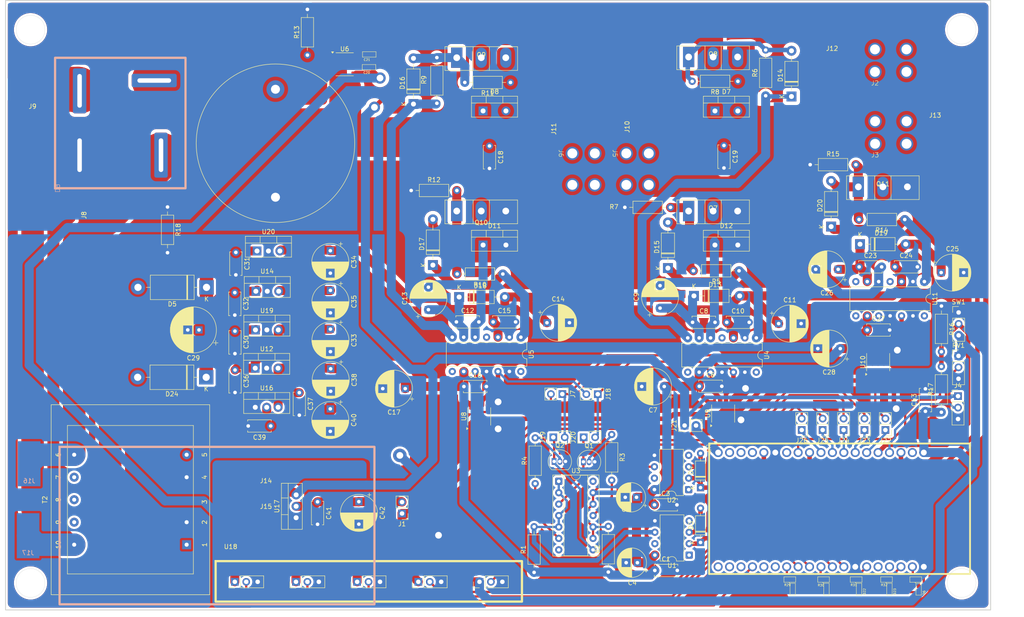
<source format=kicad_pcb>
(kicad_pcb (version 20241229) (generator "pcbnew") (generator_version "9.0")
  (layers (0 "F.Cu" signal) (2 "B.Cu" signal) (13 "F.Paste" user) (15 "B.Paste" user) (5 "F.SilkS" user "F.Silkscreen") (7 "B.SilkS" user "B.Silkscreen") (1 "F.Mask" user) (3 "B.Mask" user) (25 "Edge.Cuts" user))
  (net 0 "")
  (net 1 "+5V")
  (net 2 "GND")
  (net 3 "Net-(D13-K)")
  (net 4 "+12V")
  (net 5 "Net-(D18-K)")
  (net 6 "Net-(U6-FILTER)")
  (net 7 "DGND_Isolated")
  (net 8 "+5V_Isolated")
  (net 9 "DC_200V")
  (net 10 "Net-(D19-K)")
  (net 11 "Net-(U11-VS)")
  (net 12 "+15V")
  (net 13 "+3.3V")
  (net 14 "+3.3V_Isolated")
  (net 15 "Net-(D3-A)")
  (net 16 "H_IN")
  (net 17 "Net-(D4-A)")
  (net 18 "L_IN")
  (net 19 "Net-(D6-A)")
  (net 20 "220V_Neutral")
  (net 21 "220V_Line")
  (net 22 "Net-(D14-K)")
  (net 23 "Net-(D14-A)")
  (net 24 "Net-(D15-K)")
  (net 25 "Net-(D15-A)")
  (net 26 "Net-(D16-A)")
  (net 27 "Net-(D16-K)")
  (net 28 "Net-(D17-A)")
  (net 29 "Net-(D17-K)")
  (net 30 "Net-(D20-K)")
  (net 31 "Net-(D20-A)")
  (net 32 "Q11_Drain")
  (net 33 "S3")
  (net 34 "S1")
  (net 35 "S2")
  (net 36 "S4")
  (net 37 "S1_ISO")
  (net 38 "S3_ISO")
  (net 39 "Net-(J21-Pin_2)")
  (net 40 "S_brake_ISO")
  (net 41 "Net-(J22-Pin_1)")
  (net 42 "Net-(Q1-B)")
  (net 43 "Net-(Q2-B)")
  (net 44 "Net-(R1-Pad2)")
  (net 45 "Net-(R2-Pad2)")
  (net 46 "Net-(R3-Pad2)")
  (net 47 "Net-(R4-Pad1)")
  (net 48 "/LED")
  (net 61 "I_meas")
  (net 63 "Button3")
  (net 66 "Speed_meas")
  (net 68 "Net-(D10-A)")
  (net 69 "Button1")
  (net 70 "Button5")
  (net 71 "Net-(D21-A)")
  (net 74 "Net-(D22-A)")
  (net 75 "Net-(D23-A)")
  (net 80 "Direction")
  (net 81 "/LED_cw")
  (net 82 "Button4")
  (net 83 "/LED_ccw")
  (net 84 "Button2")
  (net 86 "S4_ISO")
  (net 87 "S2_ISO")
  (net 89 "S_brake")
  (net 96 "/LED_debug")
  (net 97 "/LED_brake")
  (net 98 "POT")
  (net 100 "Net-(U12-VI)")
  (net 101 "Net-(D24-K)")
  (net 102 "Net-(D5-A)")
  (net 103 "Net-(D24-A)")
  (net 104 "Net-(J1-Pin_2)")
  (net 105 "Current_Sense_out")
  (net 106 "S3_Drain")
  (net 107 "/S4_Drain")
  (net 108 "Net-(J19-Pin_1)")
  (net 109 "Net-(J20-Pin_1)")
  (net 110 "Net-(J23-Pin_1)")
  (net 111 "Net-(J24-Pin_1)")
  (net 112 "Net-(J25-Pin_1)")
  (net 113 "Net-(J26-Pin_1)")
  (net 114 "GNDPWR")
  (footprint "Connector_PinHeader_2.54mm:PinHeader_1x02_P2.54mm_Vertical" (layer "F.Cu") (at 163.705 117.79 -90)
    (property "Reference" "J18")
    (property "Value" "Conn_01x02_Pin")
  )
  (footprint "Package_TO_SOT_THT:TO-92_Inline" (layer "F.Cu") (at 160.503211 132.819853)
    (property "Reference" "Q1")
    (property "Value" "BC547")
  )
  (footprint "Connector_PinHeader_2.54mm:PinHeader_1x02_P2.54mm_Vertical" (layer "F.Cu") (at 213.7 125.75 180)
    (property "Reference" "J25")
    (property "Value" "Conn_01x02_Pin")
  )
  (footprint "Capacitor_THT:C_Disc_D5.0mm_W2.5mm_P5.00mm" (layer "F.Cu") (at 90.990874 124.855261 180)
    (property "Reference" "C39")
    (property "Value" "100n")
  )
  (footprint "Capacitor_THT:CP_Radial_D8.0mm_P5.00mm" (layer "F.Cu") (at 217.152651 90.03 180)
    (property "Reference" "C26")
    (property "Value" "22u")
  )
  (footprint "Resistor_THT:R_Axial_DIN0207_L6.3mm_D2.5mm_P10.16mm_Horizontal" (layer "F.Cu") (at 149.793211 137.659853 90)
    (property "Reference" "R4")
    (property "Value" "570")
  )
  (footprint "Capacitor_THT:C_Disc_D5.0mm_W2.5mm_P5.00mm" (layer "F.Cu") (at 186.277349 116.03)
    (property "Reference" "C6")
    (property "Value" "100n")
  )
  (footprint "Resistor_THT:R_Axial_DIN0207_L6.3mm_D2.5mm_P10.16mm_Horizontal" (layer "F.Cu") (at 122.22 72.5)
    (property "Reference" "R12")
    (property "Value" "1k")
  )
  (footprint "Resistor_THT:R_Axial_DIN0207_L6.3mm_D2.5mm_P10.16mm_Horizontal" (layer "F.Cu") (at 240.1 121.795789 90)
    (property "Reference" "R17")
    (property "Value" "1k")
  )
  (footprint "Capacitor_THT:C_Disc_D5.0mm_W2.5mm_P5.00mm" (layer "F.Cu") (at 223.6 103.525)
    (property "Reference" "C27")
    (property "Value" "100n")
  )
  (footprint "Package_DIP:DIP-14_W7.62mm" (layer "F.Cu") (at 198.947349 105.275 -90)
    (property "Reference" "U4")
    (property "Value" "IR2110")
  )
  (footprint "Capacitor_THT:C_Disc_D5.0mm_W2.5mm_P5.00mm" (layer "F.Cu") (at 133.945 116.085)
    (property "Reference" "C16")
    (property "Value" "100n")
  )
  (footprint "Package_TO_SOT_THT:TO-220-2_Vertical" (layer "F.Cu") (at 138.21 84.625)
    (property "Reference" "D11")
    (property "Value" "MUR860")
  )
  (footprint "Capacitor_THT:CP_Radial_D8.0mm_P5.00mm" (layer "F.Cu") (at 217.622651 107.65 180)
    (property "Reference" "C28")
    (property "Value" "100u")
  )
  (footprint "Capacitor_THT:C_Disc_D5.0mm_W2.5mm_P5.00mm" (layer "F.Cu") (at 139.63 62.6 -90)
    (property "Reference" "C18")
    (property "Value" "100n")
  )
  (footprint "Package_DIP:DIP-14_W7.62mm" (layer "F.Cu") (at 146.6 105.12 -90)
    (property "Reference" "U5")
    (property "Value" "IR2110")
  )
  (footprint "Connector_Wire:SolderWirePad_1x01_SMD_1x2mm" (layer "F.Cu") (at 89.938352 139.584036)
    (property "Reference" "J14")
    (property "Value" "Conn_01x01_Pin" (hide yes))
  )
  (footprint "Connector_PinHeader_2.54mm:PinHeader_1x02_P2.54mm_Vertical" (layer "F.Cu") (at 153.818211 127.369853 90)
    (property "Reference" "J19")
    (property "Value" "Conn_01x02_Pin")
  )
  (footprint "Capacitor_THT:C_Disc_D5.0mm_W2.5mm_P5.00mm" (layer "F.Cu") (at 83.01 95.2 -90)
    (property "Reference" "C32")
    (property "Value" "100n")
  )
  (footprint "METUPowerLab_Capacitors_Ceramics_SurfaceMounts:0603 Large" (layer "F.Cu") (at 112.05 45.5)
    (property "Reference" "C20" (hide yes))
    (property "Value" "1n" (hide yes))
  )
  (footprint "METUPowerLab_Capacitors_Ceramics_SurfaceMounts:0603 Large" (layer "F.Cu") (at 112.1 42.64)
    (property "Reference" "C21" (hide yes))
    (property "Value" "100n" (hide yes))
  )
  (footprint "Resistor_THT:R_Axial_DIN0207_L6.3mm_D2.5mm_P10.16mm_Horizontal" (layer "F.Cu") (at 240.11 98.185789 -90)
    (property "Reference" "R16")
    (property "Value" "1k")
  )
  (footprint "Connector_Wire:SolderWirePad_1x01_SMD_1x2mm" (layer "F.Cu") (at 89.938352 145.304036)
    (property "Reference" "J15")
    (property "Value" "Conn_01x01_Pin" (hide yes))
  )
  (footprint "Capacitor_THT:C_Disc_D5.0mm_W2.5mm_P5.00mm" (layer "F.Cu") (at 191.76 62.49 -90)
    (property "Reference" "C19")
    (property "Value" "100n")
  )
  (footprint "Resistor_THT:R_Axial_DIN0207_L6.3mm_D2.5mm_P10.16mm_Horizontal" (layer "F.Cu") (at 201.03 51.43 90)
    (property "Reference" "R6")
    (property "Value" "10")
  )
  (footprint "Resistor_THT:R_Axial_DIN0207_L6.3mm_D2.5mm_P10.16mm_Horizontal" (layer "F.Cu") (at 149.55 157.41 90)
    (property "Reference" "R1")
    (property "Value" "570")
  )
  (footprint "Capacitor_THT:C_Disc_D5.0mm_W2.5mm_P5.00mm" (layer "F.Cu") (at 83.04 103.77 -90)
    (property "Reference" "C30")
    (property "Value" "100n")
  )
  (footprint "Diode_THT:D_DO-41_SOD81_P10.16mm_Horizontal" (layer "F.Cu") (at 222.01 84.44)
    (property "Reference" "D19")
    (property "Value" "UF4007")
  )
  (footprint "Package_SO:SOIC-8_3.9x4.9mm_P1.27mm" (layer "F.Cu") (at 107.44 44.445)
    (property "Reference" "U6")
    (property "Value" "ACS712xLCTR-30A")
  )
  (footprint "Capacitor_THT:C_Disc_D5.0mm_W2.5mm_P5.00mm" (layer "F.Cu") (at 236.55 121.595789 90)
    (property "Reference" "C43")
    (property "Value" "100n")
  )
  (footprint "Capacitor_THT:C_Disc_D5.0mm_W2.5mm_P5.00mm" (layer "F.Cu") (at 192.377349 101.81)
    (property "Reference" "C10")
    (property "Value" "100n")
  )
  (footprint "Capacitor_THT:CP_Radial_D6.3mm_P2.50mm" (layer "F.Cu") (at 172.315 140.71 180)
    (property "Reference" "C2")
    (property "Value" "10uF")
  )
  (footprint "Resistor_THT:R_Axial_DIN0207_L6.3mm_D2.5mm_P10.16mm_Horizontal" (layer "F.Cu") (at 210.93 66.76)
    (property "Reference" "R15")
    (property "Value" "1k")
  )
  (footprint "Capacitor_THT:CP_Radial_D8.0mm_P5.00mm" (layer "F.Cu") (at 110.588352 141.681385 -90)
    (property "Reference" "C42")
    (property "Value" "22u")
  )
  (footprint "Connector_Wire:SolderWirePad_1x01_SMD_5x10mm" (layer "F.Cu") (at 238.71 59.59)
    (property "Reference" "J13")
    (property "Value" "Conn_01x01_Pin")
  )
  (footprint "Diode_THT:D_DO-41_SOD81_P10.16mm_Horizontal" (layer "F.Cu") (at 215.59 80.53 90)
    (property "Reference" "D20")
    (property "Value" "UF4007")
  )
  (footprint "METUPowerLab_Resistors_ChipResistors:0603 Medium" (layer "F.Cu") (at 227.1 159.4)
    (property "Reference" "R32" (hide yes))
    (property "Value" "10K" (hide yes))
  )
  (footprint "Resistor_THT:R_Axial_DIN0207_L6.3mm_D2.5mm_P10.16mm_Horizontal" (layer "F.Cu") (at 166.8 126.75 -90)
    (property "Reference" "R3")
    (property "Value" "570")
  )
  (footprint "Capacitor_THT:C_Disc_D5.0mm_W2.5mm_P5.00mm" (layer "F.Cu") (at 229.76 89.485)
    (property "Reference" "C24")
    (property "Value" "100n")
  )
  (footprint "Transformer_THT:Transformer_Breve_TEZ-35x42" (layer "F.Cu") (at 72.3 151.25 90)
    (property "Reference" "T2")
    (property "Value" "Transformer")
  )
  (footprint "Capacitor_THT:CP_Radial_D10.0mm_P2.50mm" (layer "F.Cu") (at 75.05 103.5 180)
    (property "Reference" "C29")
    (property "Value" "470u")
  )
  (footprint "Resistor_THT:R_Axial_DIN0207_L6.3mm_D2.5mm_P10.16mm_Horizontal" (layer "F.Cu") (at 68.05 76.17 -90)
    (property "Reference" "R18")
    (property "Value" "0")
  )
  (footprint "Package_DIP:DIP-14_W7.62mm" (layer "F.Cu") (at 236.32 92.755 -90)
    (property "Reference" "U11")
    (property "Value" "IR2110")
  )
  (footprint "Connector_PinHeader_2.54mm:PinHeader_1x03_P2.54mm_Vertical" (layer "F.Cu") (at 243.901954 109.277919)
    (property "Reference" "RV1")
    (property "Value" "R_Potentiometer")
  )
  (footprint "Diode_THT:D_DO-41_SOD81_P10.16mm_Horizontal" (layer "F.Cu") (at 122.73 53.28 90)
    (property "Reference" "D16")
    (property "Value" "UF4007")
  )
  (footprint "our_library:5 button module" (layer "F.Cu") (at 85.55 159.5)
    (property "Reference" "U18")
    (property "Value" "5 Button Module")
  )
  (footprint "Capacitor_THT:C_Disc_D5.0mm_W2.5mm_P5.00mm" (layer "F.Cu") (at 83.24 86.26 -90)
    (property "Reference" "C31")
    (property "Value" "100n")
  )
  (footprint "Connector_Wire:SolderWirePad_1x01_SMD_5x10mm" (layer "F.Cu") (at 53.3 78 90)
    (property "Reference" "J8")
    (property "Value" "Conn_01x01_Pin")
  )
  (footprint "Capacitor_THT:CP_Radial_D8.0mm_P5.00mm" (layer "F.Cu") (at 177.55 98.652651 90)
    (property "Reference" "C9")
    (property "Value" "22u")
  )
  (footprint "Package_TO_SOT_THT:TO-220-3_Vertical" (layer "F.Cu") (at 87.95 85.946113)
    (property "Reference" "U20")
    (property "Value" "LM7812_TO220")
  )
  (footprint "Resistor_THT:R_Axial_DIN0207_L6.3mm_D2.5mm_P10.16mm_Horizontal" (layer "F.Cu") (at 169.72 76.25)
    (property "Reference" "R7")
    (property "Value" "1k")
  )
  (footprint "Diode_THT:D_DO-41_SOD81_P10.16mm_Horizontal" (layer "F.Cu") (at 185.09 95.93)
    (property "Reference" "D13")
    (property "Value" "UF4007")
  )
  (footprint "Package_TO_SOT_THT:TO-247-3_Vertical" (layer "F.Cu") (at 132.35 42.98)
    (property "Reference" "Q9")
    (property "Value" "PJMH099N60EC")
  )
  (footprint "Diode_THT:D_DO-201AD_P15.24mm_Horizontal" (layer "F.Cu") (at 76.65 114.03 180)
    (property "Reference" "D24")
    (property "Value" "1N5408")
  )
  (footprint "Package_TO_SOT_THT:TO-220-3_Vertical" (layer "F.Cu") (at 87.6 103.491113)
    (property "Reference" "U19")
    (property "Value" "LM7812_TO220")
  )
  (footprint "Diode_THT:D_DO-41_SOD81_P10.16mm_Horizontal" (layer "F.Cu") (at 132.885 96.18)
    (property "Reference" "D18")
    (property "Value" "UF4007")
  )
  (footprint "Capacitor_THT:CP_Radial_D8.0mm_P5.00mm" (layer "F.Cu") (at 104.25 85.884698 -90)
    (property "Reference" "C34")
    (property "Value" "22u")
  )
  (footprint "Resistor_THT:R_Axial_DIN0207_L6.3mm_D2.5mm_P10.16mm_Horizontal" (layer "F.Cu") (at 166.05 157.33 90)
    (property "Reference" "R2")
    (property "Value" "570")
  )
  (footprint "Capacitor_THT:CP_Radial_D8.0mm_P5.00mm" (layer "F.Cu") (at 240.05 90.75)
    (property "Reference" "C25")
    (property "Value" "100u")
  )
  (footprint "Connector_PinHeader_2.54mm:PinHeader_1x02_P2.54mm_Vertical" (layer "F.Cu") (at 155.825 117.76 -90)
    (property "Reference" "J7")
    (property "Value" "Conn_01x02_Pin")
  )
  (footprint "METUPowerLab_LEDs_SurfaceMounts:0603 Medium" (layer "F.Cu") (at 228.95 161.95 90)
    (property "Reference" "D23" (hide yes))
    (property "Value" "LED" (hide yes))
  )
  (footprint "Connector_Wire:SolderWirePad_1x01_SMD_5x10mm" (layer "F.Cu") (at 174.05 58.35 90)
    (property "Reference" "J10")
    (property "Value" "Conn_01x01_Pin")
  )
  (footprint "Connector_PinHeader_2.54mm:PinHeader_1x02_P2.54mm_Vertical" (layer "F.Cu") (at 218.35 125.75 180)
    (property "Reference" "J24")
    (property "Value" "Conn_01x02_Pin")
  )
  (footprint "Capacitor_THT:C_Disc_D5.0mm_W2.5mm_P5.00mm" (layer "F.Cu") (at 97.350874 117.455261 -90)
    (property "Reference" "C37")
    (property "Value" "100n")
  )
  (footprint "METUPowerLab_LEDs_SurfaceMounts:0603 Medium" (layer "F.Cu") (at 214.95 161.95 90)
    (property "Reference" "D21" (hide yes))
    (property "Value" "LED" (hide yes))
  )
  (footprint "Capacitor_THT:C_Disc_D5.0mm_W2.5mm_P5.00mm" (layer "F.Cu") (at 176.3875 156.97)
    (property "Reference" "C1")
    (property "Value" "100n")
  )
  (footprint "Package_SO:SOIC-8_3.9x4.9mm_P1.27mm" (layer "F.Cu") (at 226.04 110.665 90)
    (property "Reference" "U10")
    (property "Value" "ADuM1200AR")
  )
  (footprint "Resistor_THT:R_Axial_DIN0207_L6.3mm_D2.5mm_P10.16mm_Horizontal" (layer "F.Cu") (at 194.86 48.23 180)
    (property "Reference" "R8")
    (property "Value" "1k")
  )
  (footprint "Package_DIP:DIP-14_W7.62mm_Socket" (layer "F.Cu") (at 155.033211 137.149853)
    (property "Reference" "U3")
    (property "Value" "74HC00")
  )
  (footprint "Capacitor_THT:CP_Radial_D8.0mm_P5.00mm" (layer "F.Cu") (at 120.9 116.55 180)
    (property "Reference" "C17")
    (property "Value" "100u")
  )
  (footprint "METUPowerLab_Resistors_ChipResistors:0603 Medium" (layer "F.Cu") (at 233.6 159.4)
    (property "Reference" "R28" (hide yes))
    (property "Value" "10K" (hide yes))
  )
  (footprint "METUPowerLab_LEDs_SurfaceMounts:0603 Medium" (layer "F.Cu") (at 222.2 161.95 90)
    (property "Reference" "D22" (hide yes))
    (property "Value" "LED" (hide yes))
  )
  (footprint "Connector_Wire:SolderWirePad_1x01_SMD_5x10mm" (layer "F.Cu") (at 157.73 58.81 90)
    (property "Reference" "J11")
    (property "Value" "Conn_01x01_Pin")
  )
  (footprint "Connector_PinHeader_2.54mm:PinHeader_1x02_P2.54mm_Vertical" (layer "F.Cu") (at 209.05 125.75 180)
    (property "Reference" "J26")
    (property "Value" "Conn_01x02_Pin" (hide yes))
  )
  (footprint "Package_DIP:DIP-8_W7.62mm" (layer "F.Cu") (at 184.0225 153.56 180)
    (property "Reference" "U1")
    (property "Value" "6N135")
  )
  (footprint "METUPowerLab_Boards_ESP32:Untitled" (layer "F.Cu") (at 170.05 64.25 -90)
    (property "Reference" "J5" (hide yes))
    (property "Value" "Screw_Terminal_01x01" (hide yes))
  )
  (footprint "Capacitor_THT:C_Disc_D5.0mm_W2.5mm_P5.00mm" (layer "F.Cu") (at 221.82 89.485)
    (property "Reference" "C23")
    (property "Value" "100n")
  )
  (footprint "METUPowerLab_LEDs_SurfaceMounts:0603 Medium" (layer "F.Cu") (at 207.45 161.95 90)
    (property "Reference" "D10" (hide yes))
    (property "Value" "LED" (hide yes))
  )
  (footprint "METUPowerLab_Boards_ESP32:ESP32_WROOM_32X" (layer "F.Cu") (at 190.47 130.76 -90)
    (property "Reference" "U7" (hide yes))
    (property "Value" "~" (hide yes))
  )
  (footprint "METUPowerLab_Resistors_ChipResistors:0603 Medium" (layer "F.Cu") (at 205.6 159.4)
    (property "Reference" "R29" (hide yes))
    (property "Value" "10K" (hide yes))
  )
  (footprint "Package_SO:SOIC-8_3.9x4.9mm_P1.27mm" (layer "F.Cu") (at 191.572349 122.095 90)
    (property "Reference" "U9")
    (property "Value" "ADuM1200AR")
  )
  (footprint "Diode_THT:D_DO-41_SOD81_P10.16mm_Horizontal" (layer "F.Cu") (at 127.05 89.08 90)
    (property "Reference" "D17")
    (property "Value" "UF4007")
  )
  (footprint "Capacitor_THT:CP_Radial_D8.0mm_P5.00mm" (layer "F.Cu") (at 126.05 99 90)
    (property "Reference" "C13")
    (property "Value" "22u")
  )
  (footprint "Connector_PinHeader_2.54mm:PinHeader_1x02_P2.54mm_Vertical" (layer "F.Cu") (at 227.65 125.75 180)
    (property "Reference" "J22")
    (property "Value" "Conn_01x02_Pin")
  )
  (footprint "Package_TO_SOT_THT:TO-220-3_Vertical" (layer "F.Cu") (at 96.643352 145.254036 90)
    (property "Reference" "U17")
    (property "Value" "LD1117S33TR_SOT223")
  )
  (footprint "Resistor_THT:R_Axial_DIN0207_L6.3mm_D2.5mm_P10.16mm_Horizontal" (layer "F.Cu") (at 195.12 90.35 180)
    (property "Reference" "R5")
    (property "Value" "10")
  )
  (footprint "Package_DIP:DIP-8_W7.62mm" (layer "F.Cu") (at 183.92 139 180)
    (property "Reference" "U2")
    (property "Value" "6N135")
  )
  (footprint "METUPowerLab_Resistors_ChipResistors:0603 Medium" (layer "F.Cu") (at 220.35 159.4)
    (property "Reference" "R31" (hide yes))
    (property "Value" "10K" (hide yes))
  )
  (footprint "Package_TO_SOT_THT:TO-220-2_Vertical" (layer "F.Cu") (at 138.21 54.815)
    (property "Reference" "D8")
    (property "Value" "MUR860")
  )
  (footprint "METUPowerLab_Resistors_ChipResistors:0603 Medium" (layer "F.Cu") (at 213.1 159.4)
    (property "Reference" "R30" (hide yes))
    (property "Value" "10K" (hide yes))
  )
  (footprint "METUPowerLab_Boards_ESP32:Untitled" (layer "F.Cu") (at 225.33 46.13)
    (property "Reference" "J2" (hide yes))
    (property "Value" "Screw_Terminal_01x01" (hide yes))
  )
  (footprint "Connector_PinHeader_2.54mm:PinHeader_1x02_P2.54mm_Vertical" (layer "F.Cu") (at 183.01 124.75 90)
    (property "Reference" "J21")
    (property "Value" "Conn_01x02_Pin")
  )
  (footprint "our_library:1500uF" (layer "F.Cu") (at 92.05 67 90)
    (property "Reference" "C22" (hide yes))
    (property "Value" "1500u" (hide yes))
  )
  (footprint "Package_SO:SOIC-8_3.9x4.9mm_P1.27mm" (layer "F.Cu") (at 137.34 122.735 90)
    (property "Reference" "U8")
    (property "Value" "ADuM1200AR")
  )
  (footprint "Package_TO_SOT_THT:TO-247-3_Vertical" (layer "F.Cu") (at 183.9 77.07)
    (property "Reference" "Q7")
    (property "Value" "PJMH099N60EC")
  )
  (footprint "Diode_THT:D_DO-35_SOD27_P7.62mm_Horizontal" (layer "F.Cu") (at 186.55 138.56 90)
    (property "Reference" "D4")
    (property "Value" "1N4148")
  )
  (footprint "Diode_THT:D_DO-35_SOD27_P7.62mm_Horizontal" (layer "F.Cu") (at 186.55 150.75 90)
    (property "Reference" "D3")
    (property "Value" "1N4148")
  )
  (footprint "Capacitor_THT:C_Disc_D5.0mm_W2.5mm_P5.00mm" (layer "F.Cu") (at 184.777349 101.81)
    (property "Reference" "C8")
    (property "Value" "100n")
  )
  (footprint "Package_TO_SOT_THT:TO-247-3_Vertical" (layer "F.Cu") (at 221.64 71.69)
    (property "Reference" "Q11")
    (property "Value" "PJMH099N60EC")
  )
  (footprint "Diode_THT:D_DO-41_SOD81_P10.16mm_Horizontal" (layer "F.Cu") (at 179.3 89.75 90)
    (property "Reference" "D15")
    (property "Value" "UF4007")
  )
  (footprint "Resistor_THT:R_Axial_DIN0207_L6.3mm_D2.5mm_P10.16mm_Horizontal" (layer "F.Cu") (at 231.95 78.95 180)
    (property "Reference" "R14")
    (property "Value" "10")
  )
  (footprint "Capacitor_THT:CP_Radial_D8.0mm_P5.00mm" (layer "F.Cu") (at 104.27 103.327349 -90)
    (property "Reference" "C33")
    (property "Value" "22u")
  )
  (footprint "Capacitor_THT:CP_Radial_D8.0mm_P5.00mm" (layer "F.Cu") (at 178.482651 116.08 180)
    (property "Reference" "C7")
    (property "Value" "100u")
  )
  (footprint "Diode_THT:D_DO-41_SOD81_P10.16mm_Horizontal" (layer "F.Cu") (at 206.77 51.6 90)
    (property "Reference" "D14")
    (property "Value" "UF4007")
  )
  (footprint "Capacitor_THT:CP_Radial_D8.0mm_P5.00mm" (layer "F.Cu") (at 104.24 121.05 -90)
    (property "Reference" "C40")
    (property "Value" "22u")
  )
  (footprint "Package_TO_SOT_THT:TO-220-2_Vertical" (layer "F.Cu") (at 189.76 54.815)
    (property "Reference" "D7")
    (property "Value" "MUR860")
  )
  (footprint "Package_TO_SOT_THT:TO-220-2_Vertical" (layer "F.Cu") (at 189.76 84.625)
    (property "Reference" "D12")
    (property "Value" "MUR860")
  )
  (footprint "Resistor_THT:R_Axial_DIN0207_L6.3mm_D2.5mm_P10.16mm_Horizontal" (layer "F.Cu") (at 99.15 42.4 90)
    (property "Reference" "R13")
    (property "Value" "27k")
  )
  (footprint "Connector_Wire:SolderWirePad_1x01_SMD_5x10mm" (layer "F.Cu") (at 38.05 50 180)
    (property "Reference" "J9")
    (property "Value" "Conn_01x01_Pin")
  )
  (footprint "METUPowerLab_LEDs_SurfaceMounts:0603 Medium" (layer "F.Cu") (at 235.45 161.95 90)
    (property "Reference" "D6" (hide yes))
    (property "Value" "LED" (hide yes))
  )
  (footprint "Package_TO_SOT_THT:TO-220-3_Vertical" (layer "F.Cu") (at 87.560874 120.700261)
    (property "Reference" "U16")
    (property "Value" "LD1117S33TR_SOT223")
  )
  (footprint "METUPowerLab_Boards_ESP32:Untitled" (layer "F.Cu") (at 158.05 64.25 -90)
    (property "Reference" "J6" (hide yes))
    (property "Value" "Screw_Terminal_01x01" (hide yes))
  )
  (footprint "Capacitor_THT:C_Disc_D5.0mm_W2.5mm_P5.00mm" (layer "F.Cu") (at 140.435 101.725)
    (property "Reference" "C15")
    (property "Value" "100n")
  )
  (footprint "Connector_PinHeader_2.54mm:PinHeader_1x03_P2.54mm_Vertical" (layer "F.Cu") (at 243.8 118.225)
    (property "Reference" "J4")
    (property "Value" "Speed Measurement Sensor Connector")
  )
  (footprint "Capacitor_THT:CP_Radial_D8.0mm_P5.00mm" (layer "F.Cu") (at 104.27 94.707349 -90)
    (property "Reference" "C35")
    (property "Value" "22u")
  )
  (footprint "Package_TO_SOT_THT:TO-220-3_Vertical" (layer "F.Cu") (at 87.69 94.906113)
    (property "Reference" "U14")
    (property "Value" "LM7815_TO220")
  )
  (footprint "Package_TO_SOT_THT:TO-220-3_Vertical" (layer "F.Cu") (at 87.55 112)
    (property "Reference" "U12")
    (property "Value" "LM7805_TO220")
  )
  (footprint "Capacitor_THT:CP_Radial_D8.0mm_P5.00mm" (layer "F.Cu") (at 203.917349 102.09)
    (property "Reference" "C11")
    (property "Value" "100u")
  )
  (footprint "Connector_Wire:SolderWirePad_1x01_SMD_5x10mm" (layer "F.Cu") (at 215.8 44.75)
    (property "Reference" "J12")
    (property "Value" "Conn_01x01_Pin")
  )
  (footprint "Capacitor_THT:C_Disc_D5.0mm_W2.5mm_P5.00mm" (layer "F.Cu") (at 101.408352 141.714036 -90)
    (property "Reference" "C41")
    (property "Value" "100n")
  )
  (footprint "Resistor_THT:R_Axial_DIN0207_L6.3mm_D2.5mm_P10.16mm_Horizontal" (layer "F.Cu") (at 142.6 91.07 180)
    (property "Reference" "R10")
    (property "Value" "10")
  )
  (footprint "Diode_THT:D_DO-201AD_P15.24mm_Horizontal" (layer "F.Cu") (at 76.72 94.04 180)
    (property "Reference" "D5")
    (property "Value" "1N5408")
  )
  (footprint "Capacitor_THT:C_Disc_D5.0mm_W2.5mm_P5.00mm" (layer "F.Cu") (at 83.06 112.41 -90)
    (property "Reference" "C36")
    (property "Value" "100n")
  )
  (footprint "Resistor_THT:R_Axial_DIN0207_L6.3mm_D2.5mm_P10.16mm_Horizontal" (layer "F.Cu") (at 127.93 53.11 90)
    (property "Reference" "R9")
    (property "Value" "10")
  )
  (footprint "Capacitor_THT:CP_Radial_D6.3mm_P2.50mm" (layer "F.Cu") (at 172.5175 155.25 180)
    (property "Reference" "C4")
    (property "Value" "10uF")
  )
  (footprint "Connector_PinHeader_2.54mm:PinHeader_1x02_P2.54mm_Vertical" (layer "F.Cu") (at 160.578211 127.369853 90)
    (property "Reference" "J20")
    (property "Value" "Conn_01x02_Pin")
  )
  (footprint "Capacitor_THT:CP_Radial_D8.0mm_P5.00mm" (layer "F.Cu") (at 152.407349 101.9)
    (property "Reference" "C14")
    (property "Value" "100u")
  )
  (footprint "Package_TO_SOT_THT:TO-247-3_Vertical" (layer "F.Cu") (at 132.35 77.07)
    (property "Reference" "Q10")
    (property "Value" "PJMH099N60EC")
  )
  (footprint "Capacitor_THT:C_Disc_D5.0mm_W2.5mm_P5.00mm" (layer "F.Cu") (at 176.305 142.39)
    (property "Reference" "C3")
    (property "Value" "100n")
  )
  (footprint "Connector_PinHeader_2.54mm:PinHeader_1x03_P2.54mm_Vertical" (layer "F.Cu") (at 243.931954 99.617919)
    (property "Reference" "SW1")
    (property "Value" "SW_Nidec_CAS-120A1")
  )
  (footprint "Connector_PinHeader_2.54mm:PinHeader_1x02_P2.54mm_Vertical" (layer "F.Cu") (at 120.188352 144.314036 180)
    (property "Reference" "J1")
    (property "Value" "Conn_01x02_Pin")
  )
  (footprint "Package_TO_SOT_THT:TO-92_Inline" (layer "F.Cu") (at 154.003211 132.739853)
    (property "Reference" "Q2")
    (property "Value" "BC547")
  )
  (footprint "Connector_PinHeader_2.54mm:PinHeader_1x02_P2.54mm_Vertical" (layer "F.Cu") (at 223 125.75 180)
    (property "Reference" "J23")
    (property "Value" "Conn_01x02_Pin")
  )
  (footprint "Resistor_THT:R_Axial_DIN0207_L6.3mm_D2.5mm_P10.16mm_Horizontal" (layer "F.Cu") (at 144.3 48.48 180)
    (property "Reference" "R11")
    (property "Value" "1k")
  )
  (footprint "METUPowerLab_Boards_ESP32:Untitled" (layer "F.Cu") (at 225.36 62.12)
    (property "Reference" "J3" (hide yes))
    (property "Value" "Screw_Terminal_01x01" (hide yes))
  )
  (footprint "Capacitor_THT:CP_Radial_D8.0mm_P5.00mm" (layer "F.Cu") (at 104.32 112.137349 -90)
    (property "Reference" "C38")
    (property "Value" "22u")
  )
  (footprint "Package_TO_SOT_THT:TO-247-3_Vertical" (layer "F.Cu") (at 183.9 42.82)
    (property "Reference" "Q8")
    (property "Value" "PJMH099N60EC")
  )
  (footprint "Capacitor_THT:C_Disc_D5.0mm_W2.5mm_P5.00mm" (layer "F.Cu") (at 132.275 101.725)
    (property "Reference" "C12")
    (property "Value" "100n")
  )
  (footprint "KBPC3510FP:KBPC3510FP" (layer "B.Cu") (at 43.05 72 90)
    (property "Reference" "D9")
    (property "Value" "*")
  )
  (footprint "Connector_Wire:SolderWirePad_1x01_SMD_5x10mm" (layer "B.Cu") (at 37.3 133.25)
    (property "Reference" "J16")
    (property "Value" "Conn_01x01_Pin")
  )
  (footprint "Connector_Wire:SolderWirePad_1x01_SMD_5x10mm" (layer "B.Cu") (at 37.05 149.25)
    (property "Reference" "J17")
    (property "Value" "Conn_01x01_Pin")
  )
  (gr_rect (start 44.05 129.5) (end 114.05 164.5) (stroke (width 0.5)) (fill no) (layer "B.SilkS"))
  (gr_circle (center 244.6 36.75) (end 247.8 36.75) (stroke (width 0.05)) (fill no) (layer "Edge.Cuts"))
  (gr_rect (start 32.05 30.25) (end 251.05 165.75) (stroke (width 0.2)) (fill no) (layer "Edge.Cuts"))
  (gr_circle (center 37.6 36.75) (end 40.8 36.75) (stroke (width 0.05)) (fill no) (layer "Edge.Cuts"))
  (gr_circle (center 37.6 159.75) (end 40.8 159.75) (stroke (width 0.05)) (fill no) (layer "Edge.Cuts"))
  (gr_circle (center 244.6 159.75) (end 247.8 159.75) (stroke (width 0.05)) (fill no) (layer "Edge.Cuts"))
  (segment (start 219.475 107.65) (end 223.6 103.525) (width 2) (layer "F.Cu") (net 1))
  (segment (start 92.640874 120.700261) (end 92.640874 118.005261) (width 2) (layer "F.Cu") (net 1))
  (segment (start 172.315 155.0475) (end 172.5175 155.25) (width 2) (layer "F.Cu") (net 1))
  (segment (start 92.63 112) (end 92.77 112.14) (width 2) (layer "F.Cu") (net 1))
  (segment (start 133.93 116.07) (end 133.945 116.085) (width 2) (layer "F.Cu") (net 1))
  (segment (start 104.32 112.137349) (end 118.587349 112.137349) (width 2) (layer "F.Cu") (net 1))
  (segment (start 176.3875 156.97) (end 174.7125 155.295) (width 2) (layer "F.Cu") (net 1))
  (segment (start 223.62 103.505) (end 223.6 103.525) (width 2) (layer "F.Cu") (net 1))
  (segment (start 133.945 112.785) (end 133.9 112.74) (width 2) (layer "F.Cu") (net 1))
  (segment (start 176.3 139) (end 174.625 140.675) (width 2) (layer "F.Cu") (net 1))
  (segment (start 186.277349 116.03) (end 178.532651 116.03) (width 2) (layer "F.Cu") (net 1))
  (segment (start 174.7125 155.25) (end 176.4025 153.56) (width 2) (layer "F.Cu") (net 1))
  (segment (start 186.277349 117.577349) (end 188.32 119.62) (width 1) (layer "F.Cu") (net 1))
  (segment (start 174.7125 155.295) (end 174.7125 155.25) (width 2) (layer "F.Cu") (net 1))
  (segment (start 133.945 118.77) (end 135.435 120.26) (width 1) (layer "F.Cu") (net 1))
  (segment (start 133.945 116.085) (end 133.945 118.77) (width 1) (layer "F.Cu") (net 1))
  (segment (start 172.315 140.71) (end 172.315 155.0475) (width 2) (layer "F.Cu") (net 1))
  (segment (start 223.6 107.655) (end 224.135 108.19) (width 1) (layer "F.Cu") (net 1))
  (segment (start 172.5175 155.25) (end 174.7125 155.25) (width 2) (layer "F.Cu") (net 1))
  (segment (start 223.6 103.525) (end 223.6 107.655) (width 1) (layer "F.Cu") (net 1))
  (segment (start 223.62 100.375) (end 223.62 103.505) (width 2) (layer "F.Cu") (net 1))
  (segment (start 92.640874 118.005261) (end 93.190874 117.455261) (width 2) (layer "F.Cu") (net 1))
  (segment (start 104.182651 112) (end 92.63 112) (width 2) (layer "F.Cu") (net 1))
  (segment (start 93.190874 117.455261) (end 97.350874 117.455261) (width 2) (layer "F.Cu") (net 1))
  (segment (start 174.625 140.71) (end 176.305 142.39) (width 2) (layer "F.Cu") (net 1))
  (segment (start 186.277349 116.03) (end 186.277349 117.577349) (width 1) (layer "F.Cu") (net 1))
  (segment (start 186.247349 116) (end 186.277349 116.03) (width 2) (layer "F.Cu") (net 1))
  (segment (start 217.622651 107.65) (end 219.475 107.65) (width 2) (layer "F.Cu") (net 1))
  (segment (start 133.945 116.085) (end 133.945 112.785) (width 2) (layer "F.Cu") (net 1))
  (segment (start 118.587349 112.137349) (end 120.9 114.45) (width 2) (layer "F.Cu") (net 1))
  (segment (start 178.532651 116.03) (end 178.482651 116.08) (width 2) (layer "F.Cu") (net 1))
  (segment (start 121.38 116.07) (end 133.93 116.07) (width 2) (layer "F.Cu") (net 1))
  (segment (start 172.315 140.71) (end 174.625 140.71) (width 2) (layer "F.Cu") (net 1))
  (segment (start 104.32 112.137349) (end 104.182651 112) (width 2) (layer "F.Cu") (net 1))
  (segment (start 120.9 116.55) (end 121.38 116.07) (width 2) (layer "F.Cu") (net 1))
  (segment (start 174.625 140.675) (end 174.625 140.71) (width 2) (layer "F.Cu") (net 1))
  (segment (start 186.247349 112.895) (end 186.247349 116) (width 2) (layer "F.Cu") (net 1))
  (segment (start 188.32 119.62) (end 189.667349 119.62) (width 1) (layer "F.Cu") (net 1))
  (segment (start 120.9 114.45) (end 120.9 116.55) (width 2) (layer "F.Cu") (net 1))
  (segment (start 92.63 117.994387) (end 92.640874 118.005261) (width 2) (layer "F.Cu") (net 1))
  (segment (start 92.63 112) (end 92.63 117.994387) (width 2) (layer "F.Cu") (net 1))
  (segment (start 217.622651 107.65) (end 215.522651 109.75) (width 2) (layer "B.Cu") (net 1))
  (segment (start 215.522651 109.75) (end 189.622684 109.75) (width 2) (layer "B.Cu") (net 1))
  (segment (start 166.05 157.33) (end 166.72 158) (width 2) (layer "B.Cu") (net 1))
  (segment (start 166.72 158) (end 175.3575 158) (width 2) (layer "B.Cu") (net 1))
  (segment (start 175.3575 158) (end 176.3875 156.97) (width 2) (layer "B.Cu") (net 1))
  (segment (start 133.945 141.805) (end 149.55 157.41) (width 2) (layer "B.Cu") (net 1))
  (segment (start 179.05 116.647349) (end 179.05 137.38137) (width 2) (layer "B.Cu") (net 1))
  (segment (start 166.05 157.33) (end 149.63 157.33) (width 2) (layer "B.Cu") (net 1))
  (segment (start 177.43137 139) (end 176.3 139) (width 2) (layer "B.Cu") (net 1))
  (segment (start 186.247349 112.605158) (end 186.247349 112.895) (width 2) (layer "B.Cu") (net 1))
  (segment (start 188.571684 110.801) (end 188.051507 110.801) (width 2) (layer "B.Cu") (net 1))
  (segment (start 178.482651 116.08) (end 179.05 116.647349) (width 2) (layer "B.Cu") (net 1))
  (segment (start 149.63 157.33) (end 149.55 157.41) (width 2) (layer "B.Cu") (net 1))
  (segment (start 189.622684 109.75) (end 188.571684 110.801) (width 2) (layer "B.Cu") (net 1))
  (segment (start 179.05 137.38137) (end 177.43137 139) (width 2) (layer "B.Cu") (net 1))
  (segment (start 188.051507 110.801) (end 186.247349 112.605158) (width 2) (layer "B.Cu") (net 1))
  (segment (start 133.945 116.085) (end 133.945 141.805) (width 2) (layer "B.Cu") (net 1))
  (segment (start 195.8 116.5) (end 196.55 116.5) (width 1) (layer "F.Cu") (net 2))
  (segment (start 139.245 120.26) (end 140.79 120.26) (width 1) (layer "F.Cu") (net 2))
  (segment (start 193.477349 118.822651) (end 195.8 116.5) (width 1) (layer "F.Cu") (net 2))
  (segment (start 227.945 108.19) (end 230.11 108.19) (width 1) (layer "F.Cu") (net 2))
  (segment (start 140.79 120.26) (end 141.55 119.5) (width 1) (layer "F.Cu") (net 2))
  (segment (start 230.11 108.19) (end 230.3 108) (width 1) (layer "F.Cu") (net 2))
  (segment (start 193.477349 119.62) (end 193.477349 118.822651) (width 1) (layer "F.Cu") (net 2))
  (via (at 141.55 119.5) (size 2.5) (drill 1.5) (layers "F.Cu" "B.Cu") (net 2))
  (via (at 196.55 116.5) (size 2.5) (drill 1.5) (layers "F.Cu" "B.Cu") (net 2))
  (via (at 230.3 108) (size 2.5) (drill 1.5) (layers "F.Cu" "B.Cu") (net 2))
  (segment (start 181.62 98.652651) (end 184.777349 101.81) (width 2) (layer "B.Cu") (net 3))
  (segment (start 186.247349 103.28) (end 186.247349 105.275) (width 2) (layer "B.Cu") (net 3))
  (segment (start 184.777349 101.81) (end 186.247349 103.28) (width 2) (layer "B.Cu") (net 3))
  (segment (start 177.55 98.652651) (end 181.62 98.652651) (width 2) (layer "B.Cu") (net 3))
  (segment (start 184.777349 101.81) (end 184.777349 96.242651) (width 2) (layer "B.Cu") (net 3))
  (segment (start 184.777349 96.242651) (end 185.09 95.93) (width 2) (layer "B.Cu") (net 3))
  (segment (start 128.28 96.48) (end 130.76 98.96) (width 2) (layer "F.Cu") (net 4))
  (segment (start 104.25 85.884698) (end 104.115302 85.75) (width 2) (layer "F.Cu") (net 4))
  (segment (start 197.757349 95.93) (end 203.917349 102.09) (width 2) (layer "F.Cu") (net 4))
  (segment (start 192.377349 101.81) (end 192.377349 98.802651) (width 2) (layer "F.Cu") (net 4))
  (segment (start 130.76 98.96) (end 140.39 98.96) (width 2) (layer "F.Cu") (net 4))
  (segment (start 146.687349 96.18) (end 152.407349 101.9) (width 2) (layer "F.Cu") (net 4))
  (segment (start 104.25 85.884698) (end 111.004698 85.884698) (width 2) (layer "F.Cu") (net 4))
  (segment (start 195.25 95.93) (end 229.19637 95.93) (width 2) (layer "F.Cu") (net 4))
  (segment (start 192.377349 98.802651) (end 192.949 98.231) (width 2) (layer "F.Cu") (net 4))
  (segment (start 193.867349 103.3) (end 192.377349 101.81) (width 2) (layer "F.Cu") (net 4))
  (segment (start 141.52 105.12) (end 141.52 102.81) (width 2) (layer "F.Cu") (net 4))
  (segment (start 148.738349 98.231) (end 146.687349 96.18) (width 2) (layer "F.Cu") (net 4))
  (segment (start 231.24 90.965) (end 229.76 89.485) (width 2) (layer "F.Cu") (net 4))
  (segment (start 146.757349 96.25) (end 146.687349 96.18) (width 2) (layer "F.Cu") (net 4))
  (segment (start 231.24 92.755) (end 231.24 90.965) (width 2) (layer "F.Cu") (net 4))
  (segment (start 143.045 98.785) (end 142.915 98.915) (width 1) (layer "F.Cu") (net 4))
  (segment (start 229.19637 95.93) (end 231.24 93.88637) (width 2) (layer "F.Cu") (net 4))
  (segment (start 193.867349 105.275) (end 193.867349 103.3) (width 2) (layer "F.Cu") (net 4))
  (segment (start 111.004698 85.884698) (end 121.6 96.48) (width 2) (layer "F.Cu") (net 4))
  (segment (start 141.52 102.81) (end 140.435 101.725) (width 2) (layer "F.Cu") (net 4))
  (segment (start 140.435 98.915) (end 140.435 101.725) (width 2) (layer "F.Cu") (net 4))
  (segment (start 229.76 86.85) (end 232.17 84.44) (width 2) (layer "F.Cu") (net 4))
  (segment (start 183.1 99.05) (end 180.3 96.25) (width 2) (layer "F.Cu") (net 4))
  (segment (start 195.25 95.93) (end 197.757349 95.93) (width 2) (layer "F.Cu") (net 4))
  (segment (start 93.226113 85.75) (end 93.03 85.946113) (width 2) (layer "F.Cu") (net 4))
  (segment (start 192.13 99.05) (end 183.1 99.05) (width 2) (layer "F.Cu") (net 4))
  (segment (start 143.045 96.18) (end 143.045 98.785) (width 2) (layer "F.Cu") (net 4))
  (segment (start 195.25 95.93) (end 192.949 98.231) (width 2) (layer "F.Cu") (net 4))
  (segment (start 240.05 88.842651) (end 240.05 90.75) (width 2) (layer "F.Cu") (net 4))
  (segment (start 146.687349 96.18) (end 149.557349 99.05) (width 2) (layer "F.Cu") (net 4))
  (segment (start 142.915 98.915) (end 140.435 98.915) (width 2) (layer "F.Cu") (net 4))
  (segment (start 143.045 96.18) (end 146.687349 96.18) (width 2) (layer "F.Cu") (net 4))
  (segment (start 235.647349 84.44) (end 240.05 88.842651) (width 2) (layer "F.Cu") (net 4))
  (segment (start 104.115302 85.75) (end 93.226113 85.75) (width 2) (layer "F.Cu") (net 4))
  (segment (start 195.25 95.93) (end 192.13 99.05) (width 2) (layer "F.Cu") (net 4))
  (segment (start 121.6 96.48) (end 128.28 96.48) (width 2) (layer "F.Cu") (net 4))
  (segment (start 140.39 98.96) (end 140.435 98.915) (width 2) (layer "F.Cu") (net 4))
  (segment (start 229.76 89.485) (end 229.76 86.85) (width 2) (layer "F.Cu") (net 4))
  (segment (start 231.24 93.88637) (end 231.24 92.755) (width 2) (layer "F.Cu") (net 4))
  (segment (start 180.3 96.25) (end 146.757349 96.25) (width 2) (layer "F.Cu") (net 4))
  (segment (start 232.17 84.44) (end 235.647349 84.44) (width 2) (layer "F.Cu") (net 4))
  (segment (start 132.23 101.77) (end 132.275 101.725) (width 2) (layer "F.Cu") (net 5))
  (segment (start 132.885 96.18) (end 132.885 101.115) (width 2) (layer "B.Cu") (net 5))
  (segment (start 132.885 101.115) (end 132.275 101.725) (width 2) (layer "B.Cu") (net 5))
  (segment (start 133.9 105.12) (end 133.9 103.35) (width 2) (layer "B.Cu") (net 5))
  (segment (start 126.05 99) (end 129.55 99) (width 2) (layer "B.Cu") (net 5))
  (segment (start 133.9 103.35) (end 132.275 101.725) (width 2) (layer "B.Cu") (net 5))
  (segment (start 129.55 99) (end 132.275 101.725) (width 2) (layer "B.Cu") (net 5))
  (segment (start 111.94 45.08) (end 111.96 45.1) (width 1) (layer "F.Cu") (net 6))
  (segment (start 111.96 45.1) (end 112.05 45.1) (width 1) (layer "F.Cu") (net 6))
  (segment (start 109.915 45.08) (end 111.94 45.08) (width 1) (layer "F.Cu") (net 6))
  (segment (start 113.65 45.1) (end 113.75 45.2) (width 1) (layer "F.Cu") (net 7))
  (segment (start 193.477349 124.57) (end 194.48 124.57) (width 1) (layer "F.Cu") (net 7))
  (segment (start 139.3 126.25) (end 141.05 126.25) (width 1) (layer "F.Cu") (net 7))
  (segment (start 229.55 120.5) (end 229.55 114.745) (width 1) (layer "F.Cu") (net 7))
  (segment (start 194.48 124.57) (end 195.55 123.5) (width 1) (layer "F.Cu") (net 7))
  (segment (start 112.05 46.300999) (end 112.000999 46.35) (width 1) (layer "F.Cu") (net 7))
  (segment (start 141.55 125.75) (end 141.55 125.5) (width 1) (layer "F.Cu") (net 7))
  (segment (start 139.245 125.21) (end 139.245 126.195) (width 1) (layer "F.Cu") (net 7))
  (segment (start 217.8 159.31) (end 217.8 161.8) (width 0.5) (layer "F.Cu") (net 7))
  (segment (start 229.55 114.745) (end 227.945 113.14) (width 1) (layer "F.Cu") (net 7))
  (segment (start 112.800001 46.301) (end 112.8 46.300999) (width 1) (layer "F.Cu") (net 7))
  (segment (start 141.05 126.25) (end 141.55 125.75) (width 1) (layer "F.Cu") (net 7))
  (segment (start 113.75 45.2) (end 113.75 45.95) (width 1) (layer "F.Cu") (net 7))
  (segment (start 229.305 114.5) (end 227.945 113.14) (width 0.8) (layer "F.Cu") (net 7))
  (segment (start 234.454211 114.5) (end 229.305 114.5) (width 0.8) (layer "F.Cu") (net 7))
  (segment (start 236.55 116.595789) (end 234.454211 114.5) (width 0.8) (layer "F.Cu") (net 7))
  (segment (start 115.3 47.5) (end 114.101 46.301) (width 1) (layer "F.Cu") (net 7))
  (segment (start 207.05 161.8) (end 217.8 161.8) (width 0.5) (layer "F.Cu") (net 7))
  (segment (start 115.3 47.5) (end 114.05 46.25) (width 1) (layer "F.Cu") (net 7))
  (segment (start 113.7 42.24) (end 113.7 45.05) (width 1) (layer "F.Cu") (net 7))
  (segment (start 220.95 156.16) (end 217.8 159.31) (width 0.5) (layer "F.Cu") (net 7))
  (segment (start 89.938352 145.304036) (end 96.593352 145.304036) (width 2) (layer "F.Cu") (net 7))
  (segment (start 113.7 45.05) (end 113.65 45.1) (width 1) (layer "F.Cu") (net 7))
  (segment (start 217.8 161.8) (end 235.05 161.8) (width 0.5) (layer "F.Cu") (net 7))
  (segment (start 114.101 46.301) (end 112.800001 46.301) (width 1) (layer "F.Cu") (net 7))
  (segment (start 236.19 161.11) (end 236.19 156.16) (width 0.5) (layer "F.Cu") (net 7))
  (segment (start 230.05 121) (end 229.55 120.5) (width 1) (layer "F.Cu") (net 7))
  (segment (start 113.75 45.95) (end 115.3 47.5) (width 1) (layer "F.Cu") (net 7))
  (segment (start 112.8 46.300999) (end 112.05 46.300999) (width 1) (layer "F.Cu") (net 7))
  (segment (start 235.05 161.8) (end 235.5 161.8) (width 0.5) (layer "F.Cu") (net 7))
  (segment (start 235.5 161.8) (end 236.19 161.11) (width 0.5) (layer "F.Cu") (net 7))
  (segment (start 139.245 126.195) (end 139.3 126.25) (width 1) (layer "F.Cu") (net 7))
  (segment (start 112.000999 46.35) (end 109.915 46.35) (width 1) (layer "F.Cu") (net 7))
  (segment (start 96.593352 145.304036) (end 96.643352 145.254036) (width 2) (layer "F.Cu") (net 7))
  (via (at 230.05 121) (size 2.5) (drill 1.5) (layers "F.Cu" "B.Cu") (net 7))
  (via (at 141.55 125.5) (size 2.5) (drill 1.5) (layers "F.Cu" "B.Cu") (net 7))
  (via (at 128.3 149.15) (size 3) (drill 1.5) (layers "F.Cu" "B.Cu") (net 7))
  (via (at 115.3 47.5) (size 2.5) (drill 1.5) (layers "F.Cu" "B.Cu") (net 7))
  (via (at 195.55 123.5) (size 2.5) (drill 1.5) (layers "F.Cu" "B.Cu") (net 7))
  (segment (start 45.8 80.75) (end 37.3 89.25) (width 2) (layer "B.Cu") (net 7))
  (segment (start 90.804036 145.254036) (end 96.643352 145.254036) (width 2) (layer "B.Cu") (net 7))
  (segment (start 76.05 141.5) (end 79.8 145.25) (width 2) (layer "B.Cu") (net 7))
  (segment (start 73.8 80.75) (end 45.8 80.75) (width 2) (layer "B.Cu") (net 7))
  (segment (start 115.3 47.5) (end 107.05 47.5) (width 2) (layer "B.Cu") (net 7))
  (segment (start 90.8 145.25) (end 90.804036 145.254036) (width 2) (layer "B.Cu") (net 7))
  (segment (start 37.3 111.3) (end 67.5 141.5) (width 2) (layer "B.Cu") (net 7))
  (segment (start 107.05 47.5) (end 73.8 80.75) (width 2) (layer "B.Cu") (net 7))
  (segment (start 79.8 145.25) (end 90.8 145.25) (width 2) (layer "B.Cu") (net 7))
  (segment (start 67.5 141.5) (end 76.05 141.5) (width 2) (layer "B.Cu") (net 7))
  (segment (start 96.589316 145.2) (end 96.643352 145.254036) (width 2) (layer "B.Cu") (net 7))
  (segment (start 37.3 89.25) (end 37.3 111.3) (width 2) (layer "B.Cu") (net 7))
  (segment (start 118.05 42.5) (end 118.05 50) (width 1) (layer "F.Cu") (net 8))
  (segment (start 118.05 50) (end 114.05 54) (width 1) (layer "F.Cu") (net 8))
  (segment (start 111.8 42.54) (end 112.1 42.24) (width 1) (layer "F.Cu") (net 8))
  (segment (start 112.1 42.24) (end 112.1 40.95) (width 1) (layer "F.Cu") (net 8))
  (segment (start 112.1 40.95) (end 113.05 40) (width 1) (layer "F.Cu") (net 8))
  (segment (start 115.55 40) (end 118.05 42.5) (width 1) (layer "F.Cu") (net 8))
  (segment (start 89.938352 139.584036) (end 96.053352 139.584036) (width 2) (layer "F.Cu") (net 8))
  (segment (start 113.05 40) (end 115.55 40) (width 1) (layer "F.Cu") (net 8))
  (segment (start 109.915 42.54) (end 111.8 42.54) (width 1) (layer "F.Cu") (net 8))
  (segment (start 96.053352 139.584036) (end 96.643352 140.174036) (width 2) (layer "F.Cu") (net 8))
  (via (at 114.05 54) (size 2.5) (drill 1.5) (layers "F.Cu" "B.Cu") (net 8))
  (via (at 119.7 131.4) (size 3) (drill 1.5) (layers "F.Cu" "B.Cu") (net 8))
  (segment (start 124.15 135.15) (end 127.05 132.25) (width 2) (layer "B.Cu") (net 8))
  (segment (start 121.3 138) (end 124.15 135.15) (width 2) (layer "B.Cu") (net 8))
  (segment (start 114.05 54) (end 112.05 56) (width 2) (layer "B.Cu") (net 8))
  (segment (start 242.325 118.225) (end 242.05 118.5) (width 0.8) (layer "B.Cu") (net 8))
  (segment (start 125.8 112.25) (end 127.05 113.5) (width 2) (layer "B.Cu") (net 8))
  (segment (start 187.8 118.5) (end 183.01 123.29) (width 0.8) (layer "B.Cu") (net 8))
  (segment (start 124.15 135.15) (end 123.45 135.15) (width 2) (layer "B.Cu") (net 8))
  (segment (start 112.05 102.25) (end 122.05 112.25) (width 2) (layer "B.Cu") (net 8))
  (segment (start 243.8 118.225) (end 242.325 118.225) (width 0.8) (layer "B.Cu") (net 8))
  (segment (start 183.01 117.21) (end 183.01 124.75) (width 2) (layer "B.Cu") (net 8))
  (segment (start 112.05 56) (end 112.05 102.25) (width 2) (layer "B.Cu") (net 8))
  (segment (start 112.3 138) (end 121.3 138) (width 2) (layer "B.Cu") (net 8))
  (segment (start 127.05 132.25) (end 127.05 113.5) (width 2) (layer "B.Cu") (net 8))
  (segment (start 125.8 112.25) (end 128.05 110) (width 2) (layer "B.Cu") (net 8))
  (segment (start 123.45 135.15) (end 119.7 131.4) (width 2) (layer "B.Cu") (net 8))
  (segment (start 183.01 123.29) (end 183.01 124.75) (width 0.8) (layer "B.Cu") (net 8))
  (segment (start 96.643352 140.174036) (end 98.817388 138) (width 2) (layer "B.Cu") (net 8))
  (segment (start 175.8 110) (end 183.01 117.21) (width 2) (layer "B.Cu") (net 8))
  (segment (start 122.05 112.25) (end 125.8 112.25) (width 2) (layer "B.Cu") (net 8))
  (segment (start 98.817388 138) (end 112.3 138) (width 2) (layer "B.Cu") (net 8))
  (segment (start 242.05 118.5) (end 187.8 118.5) (width 0.8) (layer "B.Cu") (net 8))
  (segment (start 128.05 110) (end 175.8 110) (width 2) (layer "B.Cu") (net 8))
  (segment (start 112.05 137.75) (end 112.3 138) (width 1) (layer "B.Cu") (net 8))
  (segment (start 87.05 50) (end 92.05 50) (width 5) (layer "F.Cu") (net 9))
  (segment (start 85 48.05) (end 85.05 48) (width 10) (layer "F.Cu") (net 9))
  (segment (start 74.09 45.4) (end 74.27 45.4) (width 0.2) (layer "F.Cu") (net 9))
  (segment (start 65.1 48.05) (end 85 48.05) (width 10) (layer "F.Cu") (net 9))
  (segment (start 85.05 48) (end 87.05 50) (width 5) (layer "F.Cu") (net 9))
  (segment (start 221.275 90.03) (end 221.82 89.485) (width 2) (layer "F.Cu") (net 10))
  (segment (start 217.152651 90.03) (end 221.275 90.03) (width 2) (layer "F.Cu") (net 10))
  (segment (start 221.82 89.485) (end 223.62 91.285) (width 2) (layer "F.Cu") (net 10))
  (segment (start 222.01 84.44) (end 222.01 89.295) (width 2) (layer "F.Cu") (net 10))
  (segment (start 222.01 89.295) (end 221.82 89.485) (width 2) (layer "F.Cu") (net 10))
  (segment (start 223.62 91.285) (end 223.62 92.755) (width 2) (layer "F.Cu") (net 10))
  (segment (start 224.56637 95.48) (end 226.16 93.88637) (width 2) (layer "B.Cu") (net 11))
  (segment (start 217.602651 95.48) (end 224.56637 95.48) (width 2) (layer "B.Cu") (net 11))
  (segment (start 226.16 93.88637) (end 226.16 92.755) (width 2) (layer "B.Cu") (net 11))
  (segment (start 226.16 92.755) (end 226.16 90.145) (width 2) (layer "B.Cu") (net 11))
  (segment (start 212.152651 90.03) (end 217.602651 95.48) (width 2) (layer "B.Cu") (net 11))
  (segment (start 226.16 90.145) (end 226.82 89.485) (width 2) (layer "B.Cu") (net 11))
  (segment (start 104.27 94.707349) (end 104.227349 94.75) (width 2) (layer "F.Cu") (net 12))
  (segment (start 92.926113 94.75) (end 92.77 94.906113) (width 2) (layer "F.Cu") (net 12))
  (segment (start 104.227349 94.75) (end 92.926113 94.75) (width 2) (layer "F.Cu") (net 12))
  (segment (start 92.635613 126.5) (end 90.990874 124.855261) (width 3) (layer "F.Cu") (net 13))
  (segment (start 98.79 126.5) (end 92.635613 126.5) (width 3) (layer "F.Cu") (net 13))
  (segment (start 104.24 121.05) (end 98.79 126.5) (width 3) (layer "F.Cu") (net 13))
  (segment (start 90.100874 120.700261) (end 90.100874 123.965261) (width 2) (layer "F.Cu") (net 13))
  (segment (start 90.100874 123.965261) (end 90.990874 124.855261) (width 2) (layer "F.Cu") (net 13))
  (segment (start 179.55 123.25) (end 180.55 122.25) (width 1) (layer "F.Cu") (net 14))
  (segment (start 120.188352 154.388352) (end 120.3 154.5) (width 2) (layer "F.Cu") (net 14))
  (segment (start 188.784698 122.25) (end 189.667349 123.132651) (width 1) (layer "F.Cu") (net 14))
  (segment (start 135.05 133.5) (end 135.05 130) (width 2) (layer "F.Cu") (net 14))
  (segment (start 180.55 122.25) (end 188.784698 122.25) (width 1) (layer "F.Cu") (net 14))
  (segment (start 120.188352 144.314036) (end 124.235964 144.314036) (width 2) (layer "F.Cu") (net 14))
  (segment (start 195.3 121.5) (end 191.3 121.5) (width 1) (layer "F.Cu") (net 14))
  (segment (start 111.87 154.5) (end 98.27 154.5) (width 2) (layer "F.Cu") (net 14))
  (segment (start 135.435 124.235001) (end 136.420001 123.25) (width 1) (layer "F.Cu") (net 14))
  (segment (start 83.01 156.16) (end 83.01 159.5) (width 2) (layer "F.Cu") (net 14))
  (segment (start 96.61 156.16) (end 96.61 159.5) (width 2) (layer "F.Cu") (net 14))
  (segment (start 120.3 154.5) (end 111.87 154.5) (width 2) (layer "F.Cu") (net 14))
  (segment (start 135.435 125.21) (end 135.435 124.235001) (width 1) (layer "F.Cu") (net 14))
  (segment (start 129.42 154.5) (end 134.42 159.5) (width 2) (layer "F.Cu") (net 14))
  (segment (start 189.667349 123.132651) (end 189.667349 124.57) (width 1) (layer "F.Cu") (net 14))
  (segment (start 122.07 157.76) (end 123.81 159.5) (width 2) (layer "F.Cu") (net 14))
  (segment (start 135.435 129.615) (end 135.435 125.21) (width 1.5) (layer "F.Cu") (net 14))
  (segment (start 120.3 154.5) (end 122.07 156.27) (width 2) (layer "F.Cu") (net 14))
  (segment (start 224.05 114.75) (end 202.05 114.75) (width 1) (layer "F.Cu") (net 14))
  (segment (start 191.3 121.5) (end 189.667349 123.132651) (width 1) (layer "F.Cu") (net 14))
  (segment (start 122.07 156.27) (end 122.07 157.76) (width 2) (layer "F.Cu") (net 14))
  (segment (start 202.05 114.75) (end 195.3 121.5) (width 1) (layer "F.Cu") (net 14))
  (segment (start 84.67 154.5) (end 83.01 156.16) (width 2) (layer "F.Cu") (net 14))
  (segment (start 135.05 130) (end 135.435 129.615) (width 1.5) (layer "F.Cu") (net 14))
  (segment (start 136.420001 123.25) (end 179.55 123.25) (width 1) (layer "F.Cu") (net 14))
  (segment (start 224.135 113.14) (end 224.135 114.665) (width 1) (layer "F.Cu") (net 14))
  (segment (start 98.27 154.5) (end 84.67 154.5) (width 2) (layer "F.Cu") (net 14))
  (segment (start 110.21 156.16) (end 110.21 159.5) (width 2) (layer "F.Cu") (net 14))
  (segment (start 134.42 159.5) (end 137.41 159.5) (width 2) (layer "F.Cu") (net 14))
  (segment (start 120.188352 144.314036) (end 120.188352 154.388352) (width 2) (layer "F.Cu") (net 14))
  (segment (start 98.27 154.5) (end 96.61 156.16) (width 2) (layer "F.Cu") (net 14))
  (segment (start 111.87 154.5) (end 110.21 156.16) (width 2) (layer "F.Cu") (net 14))
  (segment (start 224.135 114.665) (end 224.05 114.75) (width 1) (layer "F.Cu") (net 14))
  (segment (start 120.3 154.5) (end 129.42 154.5) (width 2) (layer "F.Cu") (net 14))
  (segment (start 124.235964 144.314036) (end 135.05 133.5) (width 2) (layer "F.Cu") (net 14))
  (segment (start 236.55 121.595789) (end 236.05 122.095789) (width 2) (layer "B.Cu") (net 14))
  (segment (start 244.6137 106.25) (end 244.6137 108.700723) (width 2) (layer "B.Cu") (net 14))
  (segment (start 243.931954 104.697919) (end 244.6137 105.379665) (width 2) (layer "B.Cu") (net 14))
  (segment (start 236.75 121.795789) (end 240.1 121.795789) (width 2) (layer "B.Cu") (net 14))
  (segment (start 239.8 157.375) (end 233.425 163.75) (width 2) (layer "B.Cu") (net 14))
  (segment (start 236.21 127.85) (end 236.21 130.74) (width 2) (layer "B.Cu") (net 14))
  (segment (start 137.41 161.61) (end 137.41 159.5) (width 2) (layer "B.Cu") (net 14))
  (segment (start 236.05 122.095789) (end 236.05 127.69) (width 2) (layer "B.Cu") (net 14))
  (segment (start 244.6137 108.700723) (end 244.036504 109.277919) (width 2) (layer "B.Cu") (net 14))
  (segment (start 244.6137 105.379665) (end 244.6137 106.25) (width 2) (layer "B.Cu") (net 14))
  (segment (start 244.06 130.76) (end 247.05 133.75) (width 2) (layer "B.Cu") (net 14))
  (segment (start 236.55 121.595789) (end 236.75 121.795789) (width 2) (layer "B.Cu") (net 14))
  (segment (start 247.05 133.75) (end 247.7 133.1) (width 2) (layer "B.Cu") (net 14))
  (segment (start 236.05 127.69) (end 236.21 127.85) (width 2) (layer "B.Cu") (net 14))
  (segment (start 247.05 133.75) (end 247.05 135.5) (width 2) (layer "B.Cu") (net 14))
  (segment (start 244.036504 109.277919) (end 243.901954 109.277919) (width 2) (layer "B.Cu") (net 14))
  (segment (start 247.05 135.5) (end 239.8 142.75) (width 2) (layer "B.Cu") (net 14))
  (segment (start 236.21 130.74) (end 236.19 130.76) (width 2) (layer "B.Cu") (net 14))
  (segment (start 236.19 130.76) (end 244.06 130.76) (width 2) (layer "B.Cu") (net 14))
  (segment (start 139.55 163.75) (end 137.41 161.61) (width 2) (layer "B.Cu") (net 14))
  (segment (start 233.425 163.75) (end 139.55 163.75) (width 2) (layer "B.Cu") (net 14))
  (segment (start 247.7 109.3363) (end 244.6137 106.25) (width 2) (layer "B.Cu") (net 14))
  (segment (start 247.7 133.1) (end 247.7 109.3363) (width 2) (layer "B.Cu") (net 14))
  (segment (start 239.8 142.75) (end 239.8 157.375) (width 2) (layer "B.Cu") (net 14))
  (segment (start 186.55 147) (end 185.07 148.48) (width 1) (layer "F.Cu") (net 15))
  (segment (start 185.07 148.48) (end 184.0225 148.48) (width 1) (layer "F.Cu") (net 15))
  (segment (start 186.55 143.13) (end 186.55 147) (width 1) (layer "F.Cu") (net 15))
  (segment (start 186.55 150.75) (end 187.49 149.81) (width 1) (layer "F.Cu") (net 16))
  (segment (start 186.28 151.02) (end 184.0225 151.02) (width 1) (layer "F.Cu") (net 16))
  (segment (start 187.49 149.81) (end 194.49 149.81) (width 1) (layer "F.Cu") (net 16))
  (segment (start 194.49 149.81) (end 210.79 133.51) (width 1) (layer "F.Cu") (net 16))
  (segment (start 186.55 150.75) (end 186.28 151.02) (width 1) (layer "F.Cu") (net 16))
  (segment (start 210.79 133.51) (end 210.79 130.76) (width 1) (layer "F.Cu") (net 16))
  (segment (start 185.13 133.92) (end 186.55 132.5) (width 1) (layer "F.Cu") (net 17))
  (segment (start 186.55 132.5) (end 186.55 130.94) (width 1) (layer "F.Cu") (net 17))
  (segment (start 183.92 133.92) (end 185.13 133.92) (width 1) (layer "F.Cu") (net 17))
  (segment (start 183.92 136.46) (end 185.51 136.46) (width 1) (layer "F.Cu") (net 18))
  (segment (start 200.63 133.42) (end 200.63 130.76) (width 1) (layer "F.Cu") (net 18))
  (segment (start 186.55 138.56) (end 195.49 138.56) (width 1) (layer "F.Cu") (net 18))
  (segment (start 186.55 137.5) (end 186.55 138.56) (width 1) (layer "F.Cu") (net 18))
  (segment (start 195.49 138.56) (end 200.63 133.42) (width 1) (layer "F.Cu") (net 18))
  (segment (start 185.51 136.46) (end 186.55 137.5) (width 1) (layer "F.Cu") (net 18))
  (segment (start 235.05 159) (end 235.05 160.5) (width 0.5) (layer "F.Cu") (net 19))
  (segment (start 66.6 64.65) (end 66.6 64.7) (width 10) (layer "F.Cu") (net 20))
  (segment (start 47.3 84) (end 47.3 131.25) (width 5) (layer "F.Cu") (net 20))
  (segment (start 66.6 64.7) (end 53.3 78) (width 10) (layer "F.Cu") (net 20))
  (segment (start 53.3 78) (end 47.3 84) (width 5) (layer "F.Cu") (net 20))
  (segment (start 47.3 131.25) (end 39.3 131.25) (width 5) (layer "B.Cu") (net 20))
  (segment (start 39.3 131.25) (end 37.3 133.25) (width 5) (layer "B.Cu") (net 20))
  (segment (start 38.05 143.414213) (end 45.885787 151.25) (width 5) (layer "F.Cu") (net 21))
  (segment (start 38.05 50) (end 48.15 50) (width 10) (layer "F.Cu") (net 21))
  (segment (start 45.885787 151.25) (end 47.3 151.25) (width 5) (layer "F.Cu") (net 21))
  (segment (start 38.05 50) (end 38.05 143.414213) (width 5) (layer "F.Cu") (net 21))
  (segment (start 48.15 50) (end 48.5 50.35) (width 10) (layer "F.Cu") (net 21))
  (segment (start 39.05 151.25) (end 37.05 149.25) (width 5) (layer "B.Cu") (net 21))
  (segment (start 47.3 151.25) (end 39.05 151.25) (width 5) (layer "B.Cu") (net 21))
  (segment (start 201.03 51.43) (end 201.05 51.45) (width 1) (layer "B.Cu") (net 22))
  (segment (start 201.2 51.6) (end 201.03 51.43) (width 1) (layer "B.Cu") (net 22))
  (segment (start 181.38 70.92) (end 173.55 78.75) (width 2) (layer "B.Cu") (net 22))
  (segment (start 206.77 51.6) (end 201.2 51.6) (width 1) (layer "B.Cu") (net 22))
  (segment (start 201.03 51.43) (end 201.03 64.66) (width 2) (layer "B.Cu") (net 22))
  (segment (start 173.55 99.25) (end 175.8 101.5) (width 2) (layer "B.Cu") (net 22))
  (segment (start 179.932349 101.5) (end 183.707349 105.275) (width 2) (layer "B.Cu") (net 22))
  (segment (start 194.77 70.92) (end 181.38 70.92) (width 2) (layer "B.Cu") (net 22))
  (segment (start 173.55 78.75) (end 173.55 99.25) (width 2) (layer "B.Cu") (net 22))
  (segment (start 201.03 64.66) (end 194.77 70.92) (width 2) (layer "B.Cu") (net 22))
  (segment (start 175.8 101.5) (end 179.932349 101.5) (width 2) (layer "B.Cu") (net 22))
  (segment (start 199.629 39.869) (end 201.03 41.27) (width 1) (layer "B.Cu") (net 23))
  (segment (start 206.6 41.27) (end 206.77 41.44) (width 1) (layer "B.Cu") (net 23))
  (segment (start 183.72 42.82) (end 186.671 39.869) (width 1) (layer "B.Cu") (net 23))
  (segment (start 186.671 39.869) (end 199.629 39.869) (width 1) (layer "B.Cu") (net 23))
  (segment (start 201.03 41.27) (end 206.6 41.27) (width 1) (layer "B.Cu") (net 23))
  (segment (start 183.72 42.82) (end 183.72 47.25) (width 1) (layer "B.Cu") (net 23))
  (segment (start 183.72 47.25) (end 184.7 48.23) (width 1) (layer "B.Cu") (net 23))
  (segment (start 179.3 89.75) (end 182.36 92.81) (width 2) (layer "F.Cu") (net 24))
  (segment (start 182.36 92.81) (end 192.66 92.81) (width 2) (layer "F.Cu") (net 24))
  (segment (start 192.66 92.81) (end 195.12 90.35) (width 2) (layer "F.Cu") (net 24))
  (segment (start 195.12 90.35) (end 199.378349 94.608349) (width 2) (layer "B.Cu") (net 24))
  (segment (start 199.378349 94.608349) (end 199.378349 104.844) (width 2) (layer "B.Cu") (net 24))
  (segment (start 199.378349 104.844) (end 198.947349 105.275) (width 2) (layer "B.Cu") (net 24))
  (segment (start 184.1 76.32) (end 179.95 76.32) (width 2) (layer "F.Cu") (net 25))
  (segment (start 179.3 79.59) (end 179.91 79.59) (width 2) (layer "F.Cu") (net 25))
  (segment (start 184.18 83.86) (end 184.18 89.57) (width 2) (layer "F.Cu") (net 25))
  (segment (start 179.91 79.59) (end 184.18 83.86) (width 2) (layer "F.Cu") (net 25))
  (segment (start 184.18 89.57) (end 184.96 90.35) (width 2) (layer "F.Cu") (net 25))
  (segment (start 184.18 82.62) (end 184.1 82.54) (width 2) (layer "F.Cu") (net 25))
  (segment (start 184.18 83.86) (end 184.18 82.62) (width 2) (layer "F.Cu") (net 25))
  (segment (start 179.95 76.32) (end 179.88 76.25) (width 2) (layer "F.Cu") (net 25))
  (segment (start 184.1 82.54) (end 184.1 76.32) (width 2) (layer "F.Cu") (net 25))
  (segment (start 132.32 42.95) (end 132.35 42.98) (width 2) (layer "B.Cu") (net 26))
  (segment (start 127.76 43.12) (end 127.93 42.95) (width 1) (layer "B.Cu") (net 26))
  (segment (start 127.96 42.98) (end 127.93 42.95) (width 1) (layer "B.Cu") (net 26))
  (segment (start 134.14 44.77) (end 134.14 48.48) (width 2) (layer "B.Cu") (net 26))
  (segment (start 132.35 42.98) (end 134.14 44.77) (width 2) (layer "B.Cu") (net 26))
  (segment (start 127.93 42.95) (end 132.32 42.95) (width 2) (layer "B.Cu") (net 26))
  (segment (start 122.73 43.12) (end 127.76 43.12) (width 2) (layer "B.Cu") (net 26))
  (segment (start 128.918 102.5) (end 131.36 104.942) (width 2) (layer "B.Cu") (net 27))
  (segment (start 122.73 53.28) (end 127.76 53.28) (width 2) (layer "B.Cu") (net 27))
  (segment (start 117.8 58.21) (end 117.8 95.251) (width 2) (layer "B.Cu") (net 27))
  (segment (start 125.049 102.5) (end 128.918 102.5) (width 2) (layer "B.Cu") (net 27))
  (segment (start 127.76 53.28) (end 127.93 53.11) (width 1) (layer "B.Cu") (net 27))
  (segment (start 131.36 104.942) (end 131.36 105.12) (width 2) (layer "B.Cu") (net 27))
  (segment (start 122.73 53.28) (end 117.8 58.21) (width 2) (layer "B.Cu") (net 27))
  (segment (start 117.8 95.251) (end 125.049 102.5) (width 2) (layer "B.Cu") (net 27))
  (segment (start 132.35 77.07) (end 132.35 72.53) (width 2) (layer "F.Cu") (net 28))
  (segment (start 132.35 86) (end 132.35 90.98) (width 2) (layer "F.Cu") (net 28))
  (segment (start 127.05 80.5) (end 132.35 85.8) (width 2) (layer "F.Cu") (net 28))
  (segment (start 127.05 78.92) (end 127.05 80.5) (width 2) (layer "F.Cu") (net 28))
  (segment (start 132.35 77.07) (end 132.35 86) (width 2) (layer "F.Cu") (net 28))
  (segment (start 132.35 85.8) (end 132.35 86) (width 2) (layer "F.Cu") (net 28))
  (segment (start 132.35 90.98) (end 132.44 91.07) (width 2) (layer "F.Cu") (net 28))
  (segment (start 132.35 72.53) (end 132.38 72.5) (width 2) (layer "F.Cu") (net 28))
  (segment (start 131.53 93.56) (end 127.05 89.08) (width 2) (layer "F.Cu") (net 29))
  (segment (start 140.11 93.56) (end 131.53 93.56) (width 2) (layer "F.Cu") (net 29))
  (segment (start 140.11 93.56) (end 142.6 91.07) (width 2) (layer "F.Cu") (net 29))
  (segment (start 147.436 95.906) (end 147.436 104.284) (width 2) (layer "B.Cu") (net 29))
  (segment (start 142.6 91.07) (end 147.436 95.906) (width 2) (layer "B.Cu") (net 29))
  (segment (start 147.436 104.284) (end 146.6 105.12) (width 2) (layer "B.Cu") (net 29))
  (segment (start 215.59 80.53) (end 216.211 81.151) (width 2) (layer "F.Cu") (net 30))
  (segment (start 229.749 81.151) (end 231.95 78.95) (width 2) (layer "F.Cu") (net 30))
  (segment (start 216.211 81.151) (end 229.749 81.151) (width 2) (layer "F.Cu") (net 30))
  (segment (start 236.32 92.755) (end 236.761 92.314) (width 2) (layer "B.Cu") (net 30))
  (segment (start 236.761 92.314) (end 236.761 83.761) (width 2) (layer "B.Cu") (net 30))
  (segment (start 236.761 83.761) (end 231.95 78.95) (width 2) (layer "B.Cu") (net 30))
  (segment (start 221.64 71.69) (end 221.64 67.31) (width 2) (layer "F.Cu") (net 31))
  (segment (start 216.91 71.69) (end 215.59 70.37) (width 2) (layer "F.Cu") (net 31))
  (segment (start 221.64 78.8) (end 221.79 78.95) (width 2) (layer "F.Cu") (net 31))
  (segment (start 221.64 71.69) (end 221.64 78.8) (width 2) (layer "F.Cu") (net 31))
  (segment (start 221.64 71.69) (end 216.91 71.69) (width 2) (layer "F.Cu") (net 31))
  (segment (start 221.64 67.31) (end 221.09 66.76) (width 2) (layer "F.Cu") (net 31))
  (segment (start 157.175 117.76) (end 165.795 109.14) (width 0.5) (layer "F.Cu") (net 33))
  (segment (start 155.825 117.76) (end 157.175 117.76) (width 0.5) (layer "F.Cu") (net 33))
  (segment (start 165.795 109.14) (end 190.112349 109.14) (width 0.5) (layer "F.Cu") (net 33))
  (segment (start 190.112349 109.14) (end 193.867349 112.895) (width 0.5) (layer "F.Cu") (net 33))
  (segment (start 192.207349 117.692651) (end 192.207349 119.62) (width 1) (layer "F.Cu") (net 33))
  (segment (start 193.867349 116.032651) (end 192.207349 117.692651) (width 1) (layer "F.Cu") (net 33))
  (segment (start 193.867349 112.895) (end 193.867349 116.032651) (width 1) (layer "F.Cu") (net 33))
  (segment (start 156.975 130.675) (end 156.975 127.986642) (width 0.2) (layer "B.Cu") (net 33))
  (segment (start 157.05 130.75) (end 156.975 130.675) (width 0.2) (layer "B.Cu") (net 33))
  (segment (start 156.975 127.986642) (end 156.358211 127.369853) (width 0.2) (layer "B.Cu") (net 33))
  (segment (start 156.358211 118.293211) (end 156.358211 127.369853) (width 0.5) (layer "B.Cu") (net 33))
  (segment (start 155.825 117.76) (end 156.358211 118.293211) (width 0.5) (layer "B.Cu") (net 33))
  (segment (start 188.787349 116.557348) (end 190.937349 118.707348) (width 1) (layer "F.Cu") (net 34))
  (segment (start 163.705 117.79) (end 163.755 117.79) (width 0.5) (layer "F.Cu") (net 34))
  (segment (start 186.452349 110.56) (end 170.985 110.56) (width 0.5) (layer "F.Cu") (net 34))
  (segment (start 188.787349 112.895) (end 188.787349 116.557348) (width 1) (layer "F.Cu") (net 34))
  (segment (start 163.755 117.79) (end 170.985 110.56) (width 0.5) (layer "F.Cu") (net 34))
  (segment (start 163.735 117.82) (end 163.705 117.79) (width 0.5) (layer "F.Cu") (net 34))
  (segment (start 190.937349 118.707348) (end 190.937349 119.62) (width 1) (layer "F.Cu") (net 34))
  (segment (start 188.787349 112.895) (end 186.452349 110.56) (width 0.5) (layer "F.Cu") (net 34))
  (segment (start 163.705 126.783064) (end 163.118211 127.369853) (width 0.5) (layer "B.Cu") (net 34))
  (segment (start 163.705 117.79) (end 163.705 126.783064) (width 0.5) (layer "B.Cu") (net 34))
  (segment (start 136.705 121.234999) (end 136.705 120.26) (width 0.5) (layer "F.Cu") (net 35))
  (segment (start 136.44 112.74) (end 136.705 113.005) (width 1) (layer "F.Cu") (net 35))
  (segment (start 137.220001 121.75) (end 136.705 121.234999) (width 0.5) (layer "F.Cu") (net 35))
  (segment (start 153.285 120.465) (end 152 121.75) (width 0.5) (layer "F.Cu") (net 35))
  (segment (start 136.705 113.005) (end 136.705 120.26) (width 1) (layer "F.Cu") (net 35))
  (segment (start 152 121.75) (end 137.220001 121.75) (width 0.5) (layer "F.Cu") (net 35))
  (segment (start 153.285 117.76) (end 153.285 120.465) (width 0.5) (layer "F.Cu") (net 35))
  (segment (start 141.52 115.72) (end 137.975 119.265) (width 1) (layer "F.Cu") (net 36))
  (segment (start 141.52 112.74) (end 141.52 115.72) (width 1) (layer "F.Cu") (net 36))
  (segment (start 137.975 119.265) (end 137.975 120.26) (width 1) (layer "F.Cu") (net 36))
  (segment (start 143.74 114.96) (end 141.52 112.74) (width 0.5) (layer "B.Cu") (net 36))
  (segment (start 161.165 117.79) (end 158.335 114.96) (width 0.5) (layer "B.Cu") (net 36))
  (segment (start 158.335 114.96) (end 143.74 114.96) (width 0.5) (layer "B.Cu") (net 36))
  (segment (start 218.3 121.25) (end 218.35 121.3) (width 0.5) (layer "F.Cu") (net 37))
  (segment (start 206.337595 118) (end 217.05 118) (width 0.5) (layer "F.Cu") (net 37))
  (segment (start 190.937349 124.57) (end 190.937349 126.137349) (width 0.5) (layer "F.Cu") (net 37))
  (segment (start 217.05 118) (end 218.3 119.25) (width 0.5) (layer "F.Cu") (net 37))
  (segment (start 190.937349 126.137349) (end 191.8 127) (width 0.5) (layer "F.Cu") (net 37))
  (segment (start 197.337595 127) (end 206.337595 118) (width 0.5) (layer "F.Cu") (net 37))
  (segment (start 218.35 121.3) (end 218.35 123.21) (width 0.5) (layer "F.Cu") (net 37))
  (segment (start 191.8 127) (end 197.337595 127) (width 0.5) (layer "F.Cu") (net 37))
  (segment (start 218.3 119.25) (end 218.3 121.25) (width 0.5) (layer "F.Cu") (net 37))
  (segment (start 218.35 123.05) (end 218.3 123) (width 0.2) (layer "B.Cu") (net 37))
  (segment (start 218.35 123.21) (end 218.35 123.05) (width 0.2) (layer "B.Cu") (net 37))
  (segment (start 196.846521 126) (end 205.846521 117) (width 0.5) (layer "F.Cu") (net 38))
  (segment (start 217.8 117) (end 223 122.2) (width 0.5) (layer "F.Cu") (net 38))
  (segment (start 205.846521 117) (end 217.8 117) (width 0.5) (layer "F.Cu") (net 38))
  (segment (start 192.66235 126) (end 196.846521 126) (width 0.5) (layer "F.Cu") (net 38))
  (segment (start 192.207349 125.544999) (end 192.66235 126) (width 0.5) (layer "F.Cu") (net 38))
  (segment (start 192.207349 124.57) (end 192.207349 125.544999) (width 0.5) (layer "F.Cu") (net 38))
  (segment (start 223 122.2) (end 223 123.21) (width 0.5) (layer "F.Cu") (net 38))
  (segment (start 185.55 124.75) (end 185.55 125.84) (width 2) (layer "B.Cu") (net 39))
  (segment (start 185.55 125.84) (end 190.47 130.76) (width 2) (layer "B.Cu") (net 39))
  (segment (start 225.405 120.965) (end 225.405 113.14) (width 0.5) (layer "F.Cu") (net 40))
  (segment (start 227.65 123.21) (end 225.405 120.965) (width 0.5) (layer "F.Cu") (net 40))
  (segment (start 227.65 125.75) (end 227.65 126.6) (width 0.5) (layer "B.Cu") (net 41))
  (segment (start 227.65 126.6) (end 223.49 130.76) (width 0.5) (layer "B.Cu") (net 41))
  (segment (start 166.413211 127.349853) (end 166.413211 127.136789) (width 0.5) (layer "B.Cu") (net 42))
  (segment (start 161.773211 132.819853) (end 161.773211 131.989853) (width 0.5) (layer "B.Cu") (net 42))
  (segment (start 166.413211 127.136789) (end 166.8 126.75) (width 0.5) (layer "B.Cu") (net 42))
  (segment (start 161.773211 131.989853) (end 166.413211 127.349853) (width 0.5) (layer "B.Cu") (net 42))
  (segment (start 150.833211 127.499853) (end 155.273211 131.939853) (width 0.5) (layer "B.Cu") (net 43))
  (segment (start 155.273211 131.939853) (end 155.273211 132.739853) (width 0.5) (layer "B.Cu") (net 43))
  (segment (start 149.793211 127.499853) (end 150.833211 127.499853) (width 0.5) (layer "B.Cu") (net 43))
  (segment (start 155.033211 147.309853) (end 155.033211 144.769853) (width 0.5) (layer "B.Cu") (net 44))
  (segment (start 155.033211 139.689853) (end 156.813211 141.469853) (width 0.5) (layer "B.Cu") (net 44))
  (segment (start 149.609853 147.309853) (end 149.55 147.25) (width 0.5) (layer "B.Cu") (net 44))
  (segment (start 149.55 150.75) (end 153.55 154.75) (width 1) (layer "B.Cu") (net 44))
  (segment (start 155.033211 147.309853) (end 149.609853 147.309853) (width 0.5) (layer "B.Cu") (net 44))
  (segment (start 155.033211 139.689853) (end 155.033211 137.149853) (width 0.5) (layer "B.Cu") (net 44))
  (segment (start 156.813211 142.989853) (end 155.033211 144.769853) (width 0.5) (layer "B.Cu") (net 44))
  (segment (start 156.813211 141.469853) (end 156.813211 142.989853) (width 0.5) (layer "B.Cu") (net 44))
  (segment (start 163.55 154.75) (end 169.82 148.48) (width 1) (layer "B.Cu") (net 44))
  (segment (start 169.82 148.48) (end 176.4025 148.48) (width 1) (layer "B.Cu") (net 44))
  (segment (start 153.55 154.75) (end 163.55 154.75) (width 1) (layer "B.Cu") (net 44))
  (segment (start 149.55 147.25) (end 149.55 150.75) (width 1) (layer "B.Cu") (net 44))
  (segment (start 162.653211 142.229853) (end 160.873211 144.009853) (width 0.5) (layer "F.Cu") (net 45))
  (segment (start 165.05 134.75) (end 165.88 133.92) (width 0.5) (layer "F.Cu") (net 45))
  (segment (start 165.05 137.293064) (end 165.05 134.75) (width 0.5) (layer "F.Cu") (net 45))
  (segment (start 162.653211 142.229853) (end 162.653211 139.689853) (width 0.5) (layer "F.Cu") (net 45))
  (segment (start 162.653211 149.849853) (end 162.653211 147.309853) (width 0.5) (layer "F.Cu") (net 45))
  (segment (start 164.593064 137.75) (end 165.05 137.293064) (width 0.5) (layer "F.Cu") (net 45))
  (segment (start 165.88 133.92) (end 176.3 133.92) (width 0.5) (layer "F.Cu") (net 45))
  (segment (start 160.873211 144.009853) (end 160.873211 145.529853) (width 0.5) (layer "F.Cu") (net 45))
  (segment (start 162.653211 139.689853) (end 164.593064 137.75) (width 0.5) (layer "F.Cu") (net 45))
  (segment (start 160.873211 145.529853) (end 162.653211 147.309853) (width 0.5) (layer "F.Cu") (net 45))
  (segment (start 165.910147 147.309853) (end 166.05 147.17) (width 0.5) (layer "B.Cu") (net 45))
  (segment (start 162.653211 147.309853) (end 165.910147 147.309853) (width 0.5) (layer "B.Cu") (net 45))
  (segment (start 167.610147 139.689853) (end 162.653211 139.689853) (width 1) (layer "B.Cu") (net 45))
  (segment (start 166.833211 140.589853) (end 162.653211 144.769853) (width 0.5) (layer "F.Cu") (net 46))
  (segment (start 166.8 136.91) (end 166.833211 136.943211) (width 0.5) (layer "F.Cu") (net 46))
  (segment (start 166.833211 136.943211) (end 166.833211 140.589853) (width 0.5) (layer "F.Cu") (net 46))
  (segment (start 149.793211 144.609853) (end 155.033211 149.849853) (width 0.5) (layer "F.Cu") (net 47))
  (segment (start 149.793211 137.659853) (end 149.793211 144.609853) (width 0.5) (layer "F.Cu") (net 47))
  (segment (start 228.3 157.75) (end 229.52 157.75) (width 0.5) (layer "F.Cu") (net 48))
  (segment (start 229.52 157.75) (end 231.11 156.16) (width 0.5) (layer "F.Cu") (net 48))
  (segment (start 227.25 159) (end 227.25 158.8) (width 0.5) (layer "F.Cu") (net 48))
  (segment (start 227.25 158.8) (end 228.3 157.75) (width 0.5) (layer "F.Cu") (net 48))
  (segment (start 248.1 126.19) (end 239.87 134.42) (width 1) (layer "F.Cu") (net 61))
  (segment (start 108.85 43.81) (end 107.64 42.6) (width 1) (layer "F.Cu") (net 61))
  (segment (start 109.915 43.81) (end 108.85 43.81) (width 1) (layer "F.Cu") (net 61))
  (segment (start 107.64 36.99) (end 110.88 33.75) (width 1) (layer "F.Cu") (net 61))
  (segment (start 233.24 134.42) (end 231.11 132.29) (width 1) (layer "F.Cu") (net 61))
  (segment (start 231.11 132.29) (end 231.11 130.76) (width 1) (layer "F.Cu") (net 61))
  (segment (start 107.64 42.6) (end 107.64 36.99) (width 1) (layer "F.Cu") (net 61))
  (segment (start 237.8 41.75) (end 248.1 52.05) (width 1) (layer "F.Cu") (net 61))
  (segment (start 110.88 33.75) (end 235.8 33.75) (width 1) (layer "F.Cu") (net 61))
  (segment (start 248.1 52.05) (end 248.1 126.19) (width 1) (layer "F.Cu") (net 61))
  (segment (start 237.8 35.75) (end 237.8 41.75) (width 1) (layer "F.Cu") (net 61))
  (segment (start 239.87 134.42) (end 233.24 134.42) (width 1) (layer "F.Cu") (net 61))
  (segment (start 235.8 33.75) (end 237.8 35.75) (width 1) (layer "F.Cu") (net 61))
  (segment (start 210.79 156.16) (end 207.88 153.25) (width 0.5) (layer "F.Cu") (net 63))
  (segment (start 207.88 153.25) (end 189.8 153.25) (width 0.5) (layer "F.Cu") (net 63))
  (segment (start 113.01 162.75) (end 112.75 162.49) (width 0.5) (layer "F.Cu") (net 63))
  (segment (start 112.75 162.49) (end 112.75 159.5) (width 0.5) (layer "F.Cu") (net 63))
  (segment (start 189.8 153.25) (end 180.3 162.75) (width 0.5) (layer "F.Cu") (net 63))
  (segment (start 180.3 162.75) (end 113.01 162.75) (width 0.5) (layer "F.Cu") (net 63))
  (segment (start 243.8 120.765) (end 242.815 120.765) (width 0.5) (layer "B.Cu") (net 66))
  (segment (start 235.55 120) (end 229.8 125.75) (width 0.5) (layer "B.Cu") (net 66))
  (segment (start 242.05 120) (end 235.55 120) (width 0.5) (layer "B.Cu") (net 66))
  (segment (start 228.57 128.77) (end 228.57 130.76) (width 0.5) (layer "B.Cu") (net 66))
  (segment (start 229.8 127.5) (end 228.55 128.75) (width 0.5) (layer "B.Cu") (net 66))
  (segment (start 229.8 125.75) (end 229.8 127.5) (width 0.5) (layer "B.Cu") (net 66))
  (segment (start 228.55 128.75) (end 228.57 128.77) (width 0.5) (layer "B.Cu") (net 66))
  (segment (start 242.815 120.765) (end 242.05 120) (width 0.5) (layer "B.Cu") (net 66))
  (segment (start 207.05 159) (end 207.05 160.5) (width 0.5) (layer "F.Cu") (net 68))
  (segment (start 87.81 164.75) (end 85.55 162.49) (width 0.5) (layer "F.Cu") (net 69))
  (segment (start 198.09 156.16) (end 189.5 164.75) (width 0.5) (layer "F.Cu") (net 69))
  (segment (start 85.55 162.49) (end 85.55 159.5) (width 0.5) (layer "F.Cu") (net 69))
  (segment (start 189.5 164.75) (end 87.81 164.75) (width 0.5) (layer "F.Cu") (net 69))
  (segment (start 218.41 156.16) (end 213.5 151.25) (width 0.5) (layer "F.Cu") (net 70))
  (segment (start 189.3 151.25) (end 180.55 160) (width 0.5) (layer "F.Cu") (net 70))
  (segment (start 144.05 157.25) (end 142.2 157.25) (width 0.5) (layer "F.Cu") (net 70))
  (segment (start 146.8 160) (end 144.05 157.25) (width 0.5) (layer "F.Cu") (net 70))
  (segment (start 142.2 157.25) (end 139.95 159.5) (width 0.5) (layer "F.Cu") (net 70))
  (segment (start 213.5 151.25) (end 189.3 151.25) (width 0.5) (layer "F.Cu") (net 70))
  (segment (start 180.55 160) (end 146.8 160) (width 0.5) (layer "F.Cu") (net 70))
  (segment (start 214.55 159) (end 214.55 160.5) (width 0.5) (layer "F.Cu") (net 71))
  (segment (start 221.8 159) (end 221.8 160.5) (width 0.5) (layer "F.Cu") (net 74))
  (segment (start 228.55 159) (end 228.55 160.5) (width 0.5) (layer "F.Cu") (net 75))
  (segment (start 241.28845 129.059) (end 227.731 129.059) (width 1) (layer "F.Cu") (net 80))
  (segment (start 227.731 129.059) (end 226.03 130.76) (width 1) (layer "F.Cu") (net 80))
  (segment (start 240.1 111.635789) (end 240.1 108.355789) (width 1) (layer "F.Cu") (net 80))
  (segment (start 240.11 106.114423) (end 240.11 108.345789) (width 1) (layer "F.Cu") (net 80))
  (segment (start 246.05 104.275965) (end 246.05 124.29745) (width 1) (layer "F.Cu") (net 80))
  (segment (start 246.05 124.29745) (end 241.28845 129.059) (width 1) (layer "F.Cu") (net 80))
  (segment (start 240.1 108.355789) (end 240.11 108.345789) (width 1) (layer "F.Cu") (net 80))
  (segment (start 243.931954 102.292469) (end 240.11 106.114423) (width 1) (layer "F.Cu") (net 80))
  (segment (start 243.931954 102.157919) (end 246.05 104.275965) (width 1) (layer "F.Cu") (net 80))
  (segment (start 243.931954 102.157919) (end 243.931954 102.292469) (width 1) (layer "F.Cu") (net 80))
  (segment (start 205.75 159) (end 205.75 156.2) (width 0.5) (layer "F.Cu") (net 81))
  (segment (start 205.75 156.2) (end 205.71 156.16) (width 0.5) (layer "F.Cu") (net 81))
  (segment (start 180.05 161.75) (end 128.6 161.75) (width 0.5) (layer "F.Cu") (net 82))
  (segment (start 215.87 156.16) (end 211.96 152.25) (width 0.5) (layer "F.Cu") (net 82))
  (segment (start 128.6 161.75) (end 126.35 159.5) (width 0.5) (layer "F.Cu") (net 82))
  (segment (start 211.96 152.25) (end 189.55 152.25) (width 0.5) (layer "F.Cu") (net 82))
  (segment (start 189.55 152.25) (end 180.05 161.75) (width 0.5) (layer "F.Cu") (net 82))
  (segment (start 213.25 156.24) (end 213.33 156.16) (width 0.5) (layer "F.Cu") (net 83))
  (segment (start 213.25 159) (end 213.25 156.24) (width 0.5) (layer "F.Cu") (net 83))
  (segment (start 99.15 162.49) (end 99.15 159.5) (width 0.5) (layer "F.Cu") (net 84))
  (segment (start 208.25 156.16) (end 206.34 154.25) (width 0.5) (layer "F.Cu") (net 84))
  (segment (start 100.41 163.75) (end 99.15 162.49) (width 0.5) (layer "F.Cu") (net 84))
  (segment (start 206.34 154.25) (end 190.05 154.25) (width 0.5) (layer "F.Cu") (net 84))
  (segment (start 180.55 163.75) (end 100.41 163.75) (width 0.5) (layer "F.Cu") (net 84))
  (segment (start 190.05 154.25) (end 180.55 163.75) (width 0.5) (layer "F.Cu") (net 84))
  (segment (start 139.05 127.75) (end 137.975 126.675) (width 0.5) (layer "F.Cu") (net 86))
  (segment (start 213.7 122.9) (end 210.55 119.75) (width 0.5) (layer "F.Cu") (net 86))
  (segment (start 210.55 119.75) (end 206.55 119.75) (width 0.5) (layer "F.Cu") (net 86))
  (segment (start 145.380973 127.75) (end 139.05 127.75) (width 0.5) (layer "F.Cu") (net 86))
  (segment (start 213.7 123.21) (end 213.7 122.9) (width 0.5) (layer "F.Cu") (net 86))
  (segment (start 148.630973 124.5) (end 145.380973 127.75) (width 0.5) (layer "F.Cu") (net 86))
  (segment (start 137.975 126.675) (end 137.975 125.21) (width 0.5) (layer "F.Cu") (net 86))
  (segment (start 206.55 119.75) (end 198.3 128) (width 0.5) (layer "F.Cu") (net 86))
  (segment (start 198.3 128) (end 174.3 128) (width 0.5) (layer "F.Cu") (net 86))
  (segment (start 174.3 128) (end 170.8 124.5) (width 0.5) (layer "F.Cu") (net 86))
  (segment (start 170.8 124.5) (end 148.630973 124.5) (width 0.5) (layer "F.Cu") (net 86))
  (segment (start 136.705 127.155) (end 141.05 131.5) (width 0.5) (layer "F.Cu") (net 87))
  (segment (start 143.3 131.5) (end 149.3 125.5) (width 0.5) (layer "F.Cu") (net 87))
  (segment (start 209.05 121.75) (end 209.05 123.21) (width 0.5) (layer "F.Cu") (net 87))
  (segment (start 136.705 125.21) (end 136.705 127.155) (width 0.5) (layer "F.Cu") (net 87))
  (segment (start 208.05 120.75) (end 209.05 121.75) (width 0.5) (layer "F.Cu") (net 87))
  (segment (start 149.3 125.5) (end 168.55 125.5) (width 0.5) (layer "F.Cu") (net 87))
  (segment (start 141.05 131.5) (end 143.3 131.5) (width 0.5) (layer "F.Cu") (net 87))
  (segment (start 199.05 129) (end 207.3 120.75) (width 0.5) (layer "F.Cu") (net 87))
  (segment (start 168.55 125.5) (end 172.05 129) (width 0.5) (layer "F.Cu") (net 87))
  (segment (start 172.05 129) (end 199.05 129) (width 0.5) (layer "F.Cu") (net 87))
  (segment (start 207.3 120.75) (end 208.05 120.75) (width 0.5) (layer "F.Cu") (net 87))
  (segment (start 226.56 105.53) (end 225.405 106.685) (width 1) (layer "F.Cu") (net 89))
  (segment (start 229.89 105.53) (end 226.56 105.53) (width 1) (layer "F.Cu") (net 89))
  (segment (start 231.24 104.18) (end 229.89 105.53) (width 1) (layer "F.Cu") (net 89))
  (segment (start 225.405 106.685) (end 225.405 108.19) (width 1) (layer "F.Cu") (net 89))
  (segment (start 231.24 100.375) (end 231.24 104.18) (width 1) (layer "F.Cu") (net 89))
  (segment (start 220.8 158) (end 221.65 158) (width 0.5) (layer "F.Cu") (net 96))
  (segment (start 220.5 158.3) (end 220.5 159) (width 0.5) (layer "F.Cu") (net 96))
  (segment (start 220.8 158) (end 220.5 158.3) (width 0.5) (layer "F.Cu") (net 96))
  (segment (start 221.65 158) (end 223.49 156.16) (width 0.5) (layer "F.Cu") (net 96))
  (segment (start 233.75 156.26) (end 233.65 156.16) (width 0.5) (layer "F.Cu") (net 97))
  (segment (start 233.75 159) (end 233.75 156.26) (width 0.5) (layer "F.Cu") (net 97))
  (segment (start 239.8 115.919873) (end 239.8 118) (width 0.5) (layer "F.Cu") (net 98))
  (segment (start 239.8 118) (end 238.8 119) (width 0.5) (layer "F.Cu") (net 98))
  (segment (start 209.55 127.75) (end 208.25 129.05) (width 0.5) (layer "F.Cu") (net 98))
  (segment (start 238.8 119) (end 235.3 119) (width 0.5) (layer "F.Cu") (net 98))
  (segment (start 232.05 122.25) (end 232.05 125) (width 0.5) (layer "F.Cu") (net 98))
  (segment (start 229.3 127.75) (end 209.55 127.75) (width 0.5) (layer "F.Cu") (net 98))
  (segment (start 232.05 125) (end 229.3 127.75) (width 0.5) (layer "F.Cu") (net 98))
  (segment (start 243.901954 111.817919) (end 239.8 115.919873) (width 0.5) (layer "F.Cu") (net 98))
  (segment (start 235.3 119) (end 232.05 122.25) (width 0.5) (layer "F.Cu") (net 98))
  (segment (start 208.25 129.05) (end 208.25 130.76) (width 0.5) (layer "F.Cu") (net 98))
  (segment (start 83.47 112) (end 83.06 112.41) (width 2) (layer "F.Cu") (net 100))
  (segment (start 87.55 110.5) (end 87.55 112) (width 2) (layer "F.Cu") (net 100))
  (segment (start 92.68 105.37) (end 87.55 110.5) (width 2) (layer "F.Cu") (net 100))
  (segment (start 104.27 103.327349) (end 92.843764 103.327349) (width 2) (layer "F.Cu") (net 100))
  (segment (start 92.843764 103.327349) (end 92.68 103.491113) (width 2) (layer "F.Cu") (net 100))
  (segment (start 87.55 112) (end 83.47 112) (width 2) (layer "F.Cu") (net 100))
  (segment (start 92.68 103.491113) (end 92.68 105.37) (width 2) (layer "F.Cu") (net 100))
  (segment (start 76.65 101.9) (end 76.72 101.83) (width 3) (layer "F.Cu") (net 101))
  (segment (start 87.69 94.906113) (end 83.303887 94.906113) (width 2) (layer "F.Cu") (net 101))
  (segment (start 87.95 94.646113) (end 87.69 94.906113) (width 2) (layer "F.Cu") (net 101))
  (segment (start 83.318887 103.491113) (end 83.04 103.77) (width 2) (layer "F.Cu") (net 101))
  (segment (start 83.553887 85.946113) (end 83.24 86.26) (width 2) (layer "F.Cu") (net 101))
  (segment (start 82.77 103.5) (end 83.04 103.77) (width 3) (layer "F.Cu") (net 101))
  (segment (start 76.72 99.83) (end 76.72 101.83) (width 3) (layer "F.Cu") (net 101))
  (segment (start 76.72 94.04) (end 76.72 101.83) (width 3) (layer "F.Cu") (net 101))
  (segment (start 81.35 95.2) (end 76.72 99.83) (width 3) (layer "F.Cu") (net 101))
  (segment (start 76.72 101.83) (end 75.05 103.5) (width 3) (layer "F.Cu") (net 101))
  (segment (start 87.6 103.491113) (end 83.318887 103.491113) (width 2) (layer "F.Cu") (net 101))
  (segment (start 76.72 90.33) (end 80.79 86.26) (width 3) (layer "F.Cu") (net 101))
  (segment (start 76.72 94.04) (end 76.72 90.33) (width 3) (layer "F.Cu") (net 101))
  (segment (start 87.95 85.946113) (end 83.553887 85.946113) (width 2) (layer "F.Cu") (net 101))
  (segment (start 76.65 114.03) (end 76.65 101.9) (width 3) (layer "F.Cu") (net 101))
  (segment (start 81.35 95.2) (end 83.01 95.2) (width 3) (layer "F.Cu") (net 101))
  (segment (start 80.79 86.26) (end 83.24 86.26) (width 3) (layer "F.Cu") (net 101))
  (segment (start 83.303887 94.906113) (end 83.01 95.2) (width 2) (layer "F.Cu") (net 101))
  (segment (start 75.05 103.5) (end 82.77 103.5) (width 3) (layer "F.Cu") (net 101))
  (segment (start 87.69 103.401113) (end 87.6 103.491113) (width 2) (layer "F.Cu") (net 101))
  (segment (start 69.8 151.25) (end 72.3 151.25) (width 5) (layer "F.Cu") (net 102))
  (segment (start 61.48 94.04) (end 55.3 100.22) (width 5) (layer "F.Cu") (net 102))
  (segment (start 55.3 100.22) (end 55.3 136.75) (width 5) (layer "F.Cu") (net 102))
  (segment (start 55.3 136.75) (end 69.8 151.25) (width 5) (layer "F.Cu") (net 102))
  (segment (start 72.3 124.92) (end 61.41 114.03) (width 5) (layer "F.Cu") (net 103))
  (segment (start 72.3 131.25) (end 72.3 124.92) (width 5) (layer "F.Cu") (net 103))
  (segment (start 110.588352 141.681385) (end 120.095701 141.681385) (width 2) (layer "F.Cu") (net 104))
  (segment (start 101.408352 141.714036) (end 110.555701 141.714036) (width 2) (layer "F.Cu") (net 104))
  (segment (start 110.555701 141.714036) (end 110.588352 141.681385) (width 2) (layer "F.Cu") (net 104))
  (segment (start 96.643352 142.714036) (end 100.408352 142.714036) (width 2) (layer "F.Cu") (net 104))
  (segment (start 120.095701 141.681385) (end 120.188352 141.774036) (width 2) (layer "F.Cu") (net 104))
  (segment (start 100.408352 142.714036) (end 101.408352 141.714036) (width 2) (layer "F.Cu") (net 104))
  (segment (start 185.6 46.39) (end 177.1 46.39) (width 1) (layer "F.Cu") (net 105))
  (segment (start 189.17 42.82) (end 185.6 46.39) (width 1) (layer "F.Cu") (net 105))
  (segment (start 178.252651 92.95) (end 177.55 93.652651) (width 2) (layer "B.Cu") (net 106))
  (segment (start 189.63 83.86) (end 189.63 92.5) (width 2) (layer "B.Cu") (net 106))
  (segment (start 189.63 101.662651) (end 189.777349 101.81) (width 2) (layer "B.Cu") (net 106))
  (segment (start 188.787349 105.275) (end 188.787349 102.8) (width 2) (layer "B.Cu") (net 106))
  (segment (start 189.18 92.95) (end 178.252651 92.95) (width 2) (layer "B.Cu") (net 106))
  (segment (start 188.787349 102.8) (end 189.777349 101.81) (width 2) (layer "B.Cu") (net 106))
  (segment (start 189.63 92.5) (end 189.18 92.95) (width 2) (layer "B.Cu") (net 106))
  (segment (start 189.63 92.5) (end 189.63 101.662651) (width 2) (layer "B.Cu") (net 106))
  (segment (start 138.21 93.285) (end 138.21 84.625) (width 2) (layer "B.Cu") (net 107))
  (segment (start 136.44 102.56) (end 136.44 105.12) (width 2) (layer "B.Cu") (net 107))
  (segment (start 137.745 93.75) (end 137.445 93.45) (width 2) (layer "B.Cu") (net 107))
  (segment (start 137.275 101.725) (end 136.44 102.56) (width 2) (layer "B.Cu") (net 107))
  (segment (start 126.6 93.45) (end 126.05 94) (width 2) (layer "B.Cu") (net 107))
  (segment (start 137.745 93.75) (end 138.21 93.285) (width 2) (layer "B.Cu") (net 107))
  (segment (start 137.745 93.75) (end 137.745 101.255) (width 2) (layer "B.Cu") (net 107))
  (segment (start 137.745 101.255) (end 137.275 101.725) (width 2) (layer "B.Cu") (net 107))
  (segment (start 137.445 93.45) (end 126.6 93.45) (width 2) (layer "B.Cu") (net 107))
  (segment (start 154.003211 132.739853) (end 154.003211 127.554853) (width 0.5) (layer "F.Cu") (net 108))
  (segment (start 154.003211 127.554853) (end 153.818211 127.369853) (width 0.5) (layer "F.Cu") (net 108))
  (segment (start 159.843211 149.579853) (end 159.843211 138.915125) (width 0.5) (layer "B.Cu") (net 108))
  (segment (start 162.653211 152.389853) (end 159.843211 149.579853) (width 0.5) (layer "B.Cu") (net 108))
  (segment (start 154.003211 133.075125) (end 154.003211 132.739853) (width 0.5) (layer "B.Cu") (net 108))
  (segment (start 159.843211 138.915125) (end 154.003211 133.075125) (width 0.5) (layer "B.Cu") (net 108))
  (segment (start 160.503211 132.819853) (end 160.503211 127.444853) (width 0.5) (layer "F.Cu") (net 109))
  (segment (start 155.033211 142.229853) (end 160.503211 136.759853) (width 0.5) (layer "F.Cu") (net 109))
  (segment (start 160.503211 127.444853) (end 160.578211 127.369853) (width 0.5) (layer "F.Cu") (net 109))
  (segment (start 160.503211 136.759853) (end 160.503211 132.819853) (width 0.5) (layer "F.Cu") (net 109))
  (segment (start 221.14 130.57) (end 220.95 130.76) (width 0.2) (layer "F.Cu") (net 110))
  (segment (start 223 127.3) (end 223 125.75) (width 0.5) (layer "B.Cu") (net 110))
  (segment (start 220.95 130.76) (end 220.95 129.35) (width 0.5) (layer "B.Cu") (net 110))
  (segment (start 220.95 129.35) (end 223 127.3) (width 0.5) (layer "B.Cu") (net 110))
  (segment (start 218.24 130.59) (end 218.41 130.76) (width 0.2) (layer "F.Cu") (net 111))
  (segment (start 218.41 125.81) (end 218.35 125.75) (width 0.5) (layer "B.Cu") (net 111))
  (segment (start 218.41 130.76) (end 218.41 125.81) (width 0.5) (layer "B.Cu") (net 111))
  (segment (start 215.87 130.76) (end 215.87 129.07) (width 0.5) (layer "B.Cu") (net 112))
  (segment (start 215.87 129.07) (end 213.7 126.9) (width 0.5) (layer "B.Cu") (net 112))
  (segment (start 213.7 126.9) (end 213.7 125.75) (width 0.5) (layer "B.Cu") (net 112))
  (segment (start 213.55 130.75) (end 209.05 126.25) (width 0.5) (layer "B.Cu") (net 113))
  (segment (start 209.05 126.25) (end 209.05 125.75) (width 0.5) (layer "B.Cu") (net 113))
  (segment (start 213.54 130.76) (end 213.55 130.75) (width 0.5) (layer "B.Cu") (net 113))
  (segment (start 213.33 130.76) (end 213.54 130.76) (width 0.5) (layer "B.Cu") (net 113))
  (zone (net 105) (net_name "Current_Sense_out") (layer "F.Cu") (priority 3) (connect_pads yes (clearance 0.5)) (min_thickness 0.25) (fill yes (thermal_gap 0.5) (thermal_bridge_width 0.5) (smoothing fillet) (radius 1))
    (polygon (pts (xy 104.01 44.64) (xy 104.04 64.96) (xy 142.09 65.24) (xy 142.04 59.23) (xy 140.55 59.24) (xy 140.83 39.63) (xy 136.007217 39.733161) (xy 135.94 50.48) (xy 130.95 50.48) (xy 130.9 56.12) (xy 111.1 56.26) (xy 111.01 48.13) (xy 108.01 48.14) (xy 107.89 44.8)))
  )
  (zone (net 9) (net_name "DC_200V") (layer "F.Cu") (priority 3) (connect_pads yes (clearance 0.5)) (min_thickness 0.25) (fill yes (thermal_gap 0.5) (thermal_bridge_width 0.5) (smoothing fillet) (radius 1))
    (polygon (pts (xy 103.54 53.43) (xy 74.45 53.45) (xy 74.55 40.25) (xy 106.15 40.25) (xy 106.171613 44.25) (xy 103.54 44.25)))
  )
  (zone (net 106) (net_name "S3_Drain") (layer "F.Cu") (priority 4) (connect_pads yes (clearance 0.5)) (min_thickness 0.25) (fill yes (thermal_gap 0.5) (thermal_bridge_width 0.5) (smoothing fillet) (radius 1))
    (polygon (pts (xy 166.841051 50.183618) (xy 167.05 73.888191) (xy 186.63 73.96) (xy 186.7 87.37) (xy 192.66444 87.379348) (xy 192.575141 72.90635) (xy 208.700349 72.935127) (xy 208.805731 64.253074) (xy 220.813168 64.25916) (xy 220.917482 52.117492) (xy 235.44 52.170378) (xy 235.44 37.382278) (xy 209.672105 37.476934) (xy 209.710176 53.664598) (xy 198.678442 53.704538) (xy 198.598707 39.604951) (xy 192.45 39.72) (xy 192.62 58.86) (xy 195.83 58.86) (xy 195.778586 66.579494) (xy 192.908597 69.413094) (xy 190.801297 69.400241) (xy 185.220717 63.767962) (xy 185.263542 50.05)))
  )
  (zone (net 105) (net_name "Current_Sense_out") (layer "F.Cu") (priority 2) (connect_pads yes (clearance 0.5)) (min_thickness 0.25) (fill yes (thermal_gap 0.5) (thermal_bridge_width 0.5) (smoothing fillet) (radius 1))
    (polygon (pts (xy 135.902124 45.983041) (xy 135.8 35.23) (xy 191.568117 34.896218) (xy 191.55 60.36) (xy 194.53 60.36) (xy 194.44 65.04) (xy 187.483427 64.991352) (xy 185.874011 63.365134) (xy 185.954292 39.699991) (xy 181.3 39.75) (xy 181.3 45.75) (xy 183.3 45.75) (xy 183.3 49) (xy 150.55 49.25) (xy 150.3 40.25) (xy 140.833641 40.157226) (xy 140.91 45.97)))
  )
  (zone (net 32) (net_name "Q11_Drain") (layer "F.Cu") (priority 5) (connect_pads yes (clearance 0.5)) (min_thickness 0.25) (fill yes (thermal_gap 0.5) (thermal_bridge_width 0.5) (smoothing fillet) (radius 1))
    (polygon (pts (xy 242.367325 53.016953) (xy 222.25 53.12) (xy 222.16 64.15) (xy 224.270659 66.130866) (xy 224.324565 75.187118) (xy 229.62 75.15) (xy 229.535862 68.54978) (xy 242.400187 68.442638)))
  )
  (zone (net 2) (net_name "GND") (layer "F.Cu") (priority 1) (connect_pads yes (clearance 0.8)) (min_thickness 0.25) (fill yes (thermal_gap 0.5) (thermal_bridge_width 0.5) (smoothing fillet) (radius 1) (island_removal_mode 2) (island_area_min 10))
    (polygon (pts (xy 32.55 30.75) (xy 32.55 165.25) (xy 250.55 165.25) (xy 250.55 30.75)))
  )
  (zone (net 107) (net_name "/S4_Drain") (layer "F.Cu") (priority 3) (connect_pads yes (clearance 0.5)) (min_thickness 0.25) (fill yes (thermal_gap 0.5) (thermal_bridge_width 0.5) (smoothing fillet) (radius 1))
    (polygon (pts (xy 149.77 40.65) (xy 149.95 49.94) (xy 166.190012 50.032859) (xy 166.290028 73.696743) (xy 141.32 73.36) (xy 141.35 77.918539) (xy 141.38 88.46) (xy 134.692944 88.511125) (xy 134.69 69.82) (xy 142.878967 69.857553) (xy 142.93888 57.864846) (xy 141.16 57.82) (xy 141.3 40.75)))
  )
  (zone (net 114) (net_name "GNDPWR") (layer "B.Cu") (priority 6) (connect_pads yes (clearance 0.8)) (min_thickness 0.25) (fill yes (thermal_gap 0.5) (thermal_bridge_width 0.5) (smoothing fillet) (radius 1) (island_removal_mode 2) (island_area_min 10))
    (polygon (pts (xy 32.252442 30.75) (xy 32.55 82) (xy 120.292501 82) (xy 120.3 100) (xy 126.05 106) (xy 210.8 106) (xy 210.8 97) (xy 250.55 97) (xy 250.55 30.75)))
  )
  (zone (net 7) (net_name "DGND_Isolated") (layer "B.Cu") (priority 8) (connect_pads yes (clearance 0.5)) (min_thickness 0.25) (fill yes (thermal_gap 0.5) (thermal_bridge_width 0.5) (smoothing fillet) (radius 1) (island_removal_mode 2) (island_area_min 10))
    (polygon (pts (xy 78.05 132.5) (xy 112.3 132.5) (xy 112.3 138.488103) (xy 121.471065 138.499013) (xy 128.3 132.175926) (xy 128.3 113.75) (xy 138.3 113.75) (xy 138.3 122.75) (xy 147.55 122.75) (xy 147.55 158.5) (xy 188.05 158.5) (xy 188.05 121.5) (xy 221.05 121.5) (xy 221.05 112) (xy 238.05 112) (xy 238.05 97.25) (xy 250.55 97.25) (xy 250.55 165.25) (xy 78.05 165.25)))
  )
  (zone (net 2) (net_name "GND") (layer "B.Cu") (priority 7) (connect_pads yes (clearance 0.5)) (min_thickness 0.25) (fill yes (thermal_gap 0.5) (thermal_bridge_width 0.5) (smoothing fillet) (radius 1) (island_removal_mode 2) (island_area_min 10))
    (polygon (pts (xy 237.8 111.75) (xy 220.8 111.75) (xy 220.8 121.25) (xy 204.55 121.25) (xy 187.8 121.25) (xy 187.792638 158.25) (xy 147.800793 158.25) (xy 147.812135 122.5) (xy 138.55 122.5) (xy 138.55 113.5) (xy 127.8 113.5) (xy 127.8 131) (xy 122.265909 137) (xy 113.05 137) (xy 113.05 132.25) (xy 77.8 132.25) (xy 77.8 165.25) (xy 32.55 165.25) (xy 32.55 82.25) (xy 120.05 82.25) (xy 120.05 100) (xy 125.8 106.25) (xy 211.05 106.25) (xy 211.05 97.25) (xy 237.8 97.25)))
  )
)
</source>
